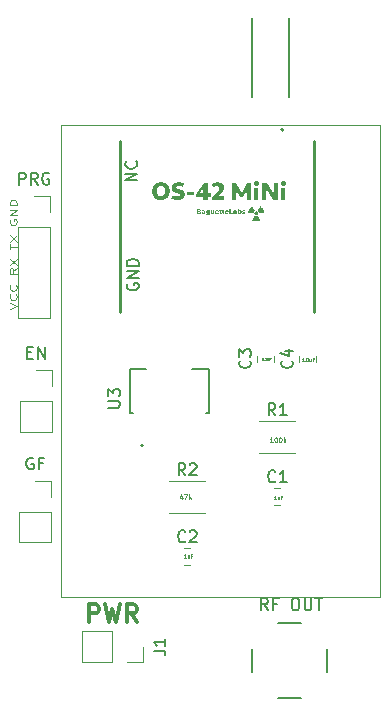
<source format=gbr>
%TF.GenerationSoftware,KiCad,Pcbnew,7.0.11-2.fc39*%
%TF.CreationDate,2024-04-30T19:09:02-04:00*%
%TF.ProjectId,OS42Mini,4f533432-4d69-46e6-992e-6b696361645f,rev?*%
%TF.SameCoordinates,Original*%
%TF.FileFunction,Legend,Top*%
%TF.FilePolarity,Positive*%
%FSLAX46Y46*%
G04 Gerber Fmt 4.6, Leading zero omitted, Abs format (unit mm)*
G04 Created by KiCad (PCBNEW 7.0.11-2.fc39) date 2024-04-30 19:09:02*
%MOMM*%
%LPD*%
G01*
G04 APERTURE LIST*
%ADD10C,0.075000*%
%ADD11C,0.050000*%
%ADD12C,0.100000*%
%ADD13C,0.300000*%
%ADD14C,0.200000*%
%ADD15C,0.150000*%
%ADD16C,0.250000*%
%ADD17C,0.127000*%
%ADD18C,0.120000*%
G04 APERTURE END LIST*
D10*
X132291671Y-100966467D02*
X132891671Y-100699800D01*
X132891671Y-100699800D02*
X132291671Y-100433134D01*
X132834528Y-99709324D02*
X132863100Y-99747420D01*
X132863100Y-99747420D02*
X132891671Y-99861705D01*
X132891671Y-99861705D02*
X132891671Y-99937896D01*
X132891671Y-99937896D02*
X132863100Y-100052182D01*
X132863100Y-100052182D02*
X132805957Y-100128372D01*
X132805957Y-100128372D02*
X132748814Y-100166467D01*
X132748814Y-100166467D02*
X132634528Y-100204563D01*
X132634528Y-100204563D02*
X132548814Y-100204563D01*
X132548814Y-100204563D02*
X132434528Y-100166467D01*
X132434528Y-100166467D02*
X132377385Y-100128372D01*
X132377385Y-100128372D02*
X132320242Y-100052182D01*
X132320242Y-100052182D02*
X132291671Y-99937896D01*
X132291671Y-99937896D02*
X132291671Y-99861705D01*
X132291671Y-99861705D02*
X132320242Y-99747420D01*
X132320242Y-99747420D02*
X132348814Y-99709324D01*
X132834528Y-98909324D02*
X132863100Y-98947420D01*
X132863100Y-98947420D02*
X132891671Y-99061705D01*
X132891671Y-99061705D02*
X132891671Y-99137896D01*
X132891671Y-99137896D02*
X132863100Y-99252182D01*
X132863100Y-99252182D02*
X132805957Y-99328372D01*
X132805957Y-99328372D02*
X132748814Y-99366467D01*
X132748814Y-99366467D02*
X132634528Y-99404563D01*
X132634528Y-99404563D02*
X132548814Y-99404563D01*
X132548814Y-99404563D02*
X132434528Y-99366467D01*
X132434528Y-99366467D02*
X132377385Y-99328372D01*
X132377385Y-99328372D02*
X132320242Y-99252182D01*
X132320242Y-99252182D02*
X132291671Y-99137896D01*
X132291671Y-99137896D02*
X132291671Y-99061705D01*
X132291671Y-99061705D02*
X132320242Y-98947420D01*
X132320242Y-98947420D02*
X132348814Y-98909324D01*
X132891671Y-97499800D02*
X132605957Y-97766467D01*
X132891671Y-97956943D02*
X132291671Y-97956943D01*
X132291671Y-97956943D02*
X132291671Y-97652181D01*
X132291671Y-97652181D02*
X132320242Y-97575991D01*
X132320242Y-97575991D02*
X132348814Y-97537896D01*
X132348814Y-97537896D02*
X132405957Y-97499800D01*
X132405957Y-97499800D02*
X132491671Y-97499800D01*
X132491671Y-97499800D02*
X132548814Y-97537896D01*
X132548814Y-97537896D02*
X132577385Y-97575991D01*
X132577385Y-97575991D02*
X132605957Y-97652181D01*
X132605957Y-97652181D02*
X132605957Y-97956943D01*
X132291671Y-97233134D02*
X132891671Y-96699800D01*
X132291671Y-96699800D02*
X132891671Y-97233134D01*
X132291671Y-95899800D02*
X132291671Y-95442657D01*
X132891671Y-95671229D02*
X132291671Y-95671229D01*
X132291671Y-95252181D02*
X132891671Y-94718847D01*
X132291671Y-94718847D02*
X132891671Y-95252181D01*
X132320242Y-93385514D02*
X132291671Y-93461704D01*
X132291671Y-93461704D02*
X132291671Y-93575990D01*
X132291671Y-93575990D02*
X132320242Y-93690276D01*
X132320242Y-93690276D02*
X132377385Y-93766466D01*
X132377385Y-93766466D02*
X132434528Y-93804561D01*
X132434528Y-93804561D02*
X132548814Y-93842657D01*
X132548814Y-93842657D02*
X132634528Y-93842657D01*
X132634528Y-93842657D02*
X132748814Y-93804561D01*
X132748814Y-93804561D02*
X132805957Y-93766466D01*
X132805957Y-93766466D02*
X132863100Y-93690276D01*
X132863100Y-93690276D02*
X132891671Y-93575990D01*
X132891671Y-93575990D02*
X132891671Y-93499799D01*
X132891671Y-93499799D02*
X132863100Y-93385514D01*
X132863100Y-93385514D02*
X132834528Y-93347418D01*
X132834528Y-93347418D02*
X132634528Y-93347418D01*
X132634528Y-93347418D02*
X132634528Y-93499799D01*
X132891671Y-93004561D02*
X132291671Y-93004561D01*
X132291671Y-93004561D02*
X132891671Y-92547418D01*
X132891671Y-92547418D02*
X132291671Y-92547418D01*
X132891671Y-92166466D02*
X132291671Y-92166466D01*
X132291671Y-92166466D02*
X132291671Y-91975990D01*
X132291671Y-91975990D02*
X132320242Y-91861704D01*
X132320242Y-91861704D02*
X132377385Y-91785514D01*
X132377385Y-91785514D02*
X132434528Y-91747419D01*
X132434528Y-91747419D02*
X132548814Y-91709323D01*
X132548814Y-91709323D02*
X132634528Y-91709323D01*
X132634528Y-91709323D02*
X132748814Y-91747419D01*
X132748814Y-91747419D02*
X132805957Y-91785514D01*
X132805957Y-91785514D02*
X132863100Y-91861704D01*
X132863100Y-91861704D02*
X132891671Y-91975990D01*
X132891671Y-91975990D02*
X132891671Y-92166466D01*
X147216913Y-122006385D02*
X147045484Y-122006385D01*
X147131199Y-122006385D02*
X147131199Y-121706385D01*
X147131199Y-121706385D02*
X147102627Y-121749242D01*
X147102627Y-121749242D02*
X147074056Y-121777814D01*
X147074056Y-121777814D02*
X147045484Y-121792100D01*
X147474056Y-121806385D02*
X147474056Y-122006385D01*
X147345484Y-121806385D02*
X147345484Y-121963528D01*
X147345484Y-121963528D02*
X147359770Y-121992100D01*
X147359770Y-121992100D02*
X147388341Y-122006385D01*
X147388341Y-122006385D02*
X147431198Y-122006385D01*
X147431198Y-122006385D02*
X147459770Y-121992100D01*
X147459770Y-121992100D02*
X147474056Y-121977814D01*
X147716913Y-121849242D02*
X147616913Y-121849242D01*
X147616913Y-122006385D02*
X147616913Y-121706385D01*
X147616913Y-121706385D02*
X147759770Y-121706385D01*
D11*
X153661608Y-105055923D02*
X153680655Y-105055923D01*
X153680655Y-105055923D02*
X153699703Y-105065447D01*
X153699703Y-105065447D02*
X153709227Y-105074971D01*
X153709227Y-105074971D02*
X153718751Y-105094019D01*
X153718751Y-105094019D02*
X153728274Y-105132114D01*
X153728274Y-105132114D02*
X153728274Y-105179733D01*
X153728274Y-105179733D02*
X153718751Y-105217828D01*
X153718751Y-105217828D02*
X153709227Y-105236876D01*
X153709227Y-105236876D02*
X153699703Y-105246400D01*
X153699703Y-105246400D02*
X153680655Y-105255923D01*
X153680655Y-105255923D02*
X153661608Y-105255923D01*
X153661608Y-105255923D02*
X153642560Y-105246400D01*
X153642560Y-105246400D02*
X153633036Y-105236876D01*
X153633036Y-105236876D02*
X153623513Y-105217828D01*
X153623513Y-105217828D02*
X153613989Y-105179733D01*
X153613989Y-105179733D02*
X153613989Y-105132114D01*
X153613989Y-105132114D02*
X153623513Y-105094019D01*
X153623513Y-105094019D02*
X153633036Y-105074971D01*
X153633036Y-105074971D02*
X153642560Y-105065447D01*
X153642560Y-105065447D02*
X153661608Y-105055923D01*
X153813989Y-105236876D02*
X153823512Y-105246400D01*
X153823512Y-105246400D02*
X153813989Y-105255923D01*
X153813989Y-105255923D02*
X153804465Y-105246400D01*
X153804465Y-105246400D02*
X153813989Y-105236876D01*
X153813989Y-105236876D02*
X153813989Y-105255923D01*
X154013988Y-105255923D02*
X153899703Y-105255923D01*
X153956846Y-105255923D02*
X153956846Y-105055923D01*
X153956846Y-105055923D02*
X153937798Y-105084495D01*
X153937798Y-105084495D02*
X153918750Y-105103542D01*
X153918750Y-105103542D02*
X153899703Y-105113066D01*
X154185417Y-105122590D02*
X154185417Y-105255923D01*
X154099703Y-105122590D02*
X154099703Y-105227352D01*
X154099703Y-105227352D02*
X154109226Y-105246400D01*
X154109226Y-105246400D02*
X154128274Y-105255923D01*
X154128274Y-105255923D02*
X154156845Y-105255923D01*
X154156845Y-105255923D02*
X154175893Y-105246400D01*
X154175893Y-105246400D02*
X154185417Y-105236876D01*
X154347321Y-105151161D02*
X154280655Y-105151161D01*
X154280655Y-105255923D02*
X154280655Y-105055923D01*
X154280655Y-105055923D02*
X154375893Y-105055923D01*
D12*
X154548550Y-112213847D02*
X154319979Y-112213847D01*
X154434265Y-112213847D02*
X154434265Y-111813847D01*
X154434265Y-111813847D02*
X154396169Y-111870990D01*
X154396169Y-111870990D02*
X154358074Y-111909085D01*
X154358074Y-111909085D02*
X154319979Y-111928133D01*
X154796169Y-111813847D02*
X154834264Y-111813847D01*
X154834264Y-111813847D02*
X154872360Y-111832895D01*
X154872360Y-111832895D02*
X154891407Y-111851942D01*
X154891407Y-111851942D02*
X154910455Y-111890038D01*
X154910455Y-111890038D02*
X154929502Y-111966228D01*
X154929502Y-111966228D02*
X154929502Y-112061466D01*
X154929502Y-112061466D02*
X154910455Y-112137657D01*
X154910455Y-112137657D02*
X154891407Y-112175752D01*
X154891407Y-112175752D02*
X154872360Y-112194800D01*
X154872360Y-112194800D02*
X154834264Y-112213847D01*
X154834264Y-112213847D02*
X154796169Y-112213847D01*
X154796169Y-112213847D02*
X154758074Y-112194800D01*
X154758074Y-112194800D02*
X154739026Y-112175752D01*
X154739026Y-112175752D02*
X154719979Y-112137657D01*
X154719979Y-112137657D02*
X154700931Y-112061466D01*
X154700931Y-112061466D02*
X154700931Y-111966228D01*
X154700931Y-111966228D02*
X154719979Y-111890038D01*
X154719979Y-111890038D02*
X154739026Y-111851942D01*
X154739026Y-111851942D02*
X154758074Y-111832895D01*
X154758074Y-111832895D02*
X154796169Y-111813847D01*
X155177121Y-111813847D02*
X155215216Y-111813847D01*
X155215216Y-111813847D02*
X155253312Y-111832895D01*
X155253312Y-111832895D02*
X155272359Y-111851942D01*
X155272359Y-111851942D02*
X155291407Y-111890038D01*
X155291407Y-111890038D02*
X155310454Y-111966228D01*
X155310454Y-111966228D02*
X155310454Y-112061466D01*
X155310454Y-112061466D02*
X155291407Y-112137657D01*
X155291407Y-112137657D02*
X155272359Y-112175752D01*
X155272359Y-112175752D02*
X155253312Y-112194800D01*
X155253312Y-112194800D02*
X155215216Y-112213847D01*
X155215216Y-112213847D02*
X155177121Y-112213847D01*
X155177121Y-112213847D02*
X155139026Y-112194800D01*
X155139026Y-112194800D02*
X155119978Y-112175752D01*
X155119978Y-112175752D02*
X155100931Y-112137657D01*
X155100931Y-112137657D02*
X155081883Y-112061466D01*
X155081883Y-112061466D02*
X155081883Y-111966228D01*
X155081883Y-111966228D02*
X155100931Y-111890038D01*
X155100931Y-111890038D02*
X155119978Y-111851942D01*
X155119978Y-111851942D02*
X155139026Y-111832895D01*
X155139026Y-111832895D02*
X155177121Y-111813847D01*
X155481883Y-112213847D02*
X155481883Y-111813847D01*
X155519978Y-112061466D02*
X155634264Y-112213847D01*
X155634264Y-111947180D02*
X155481883Y-112099561D01*
D13*
X138984510Y-127435828D02*
X138984510Y-125935828D01*
X138984510Y-125935828D02*
X139555939Y-125935828D01*
X139555939Y-125935828D02*
X139698796Y-126007257D01*
X139698796Y-126007257D02*
X139770225Y-126078685D01*
X139770225Y-126078685D02*
X139841653Y-126221542D01*
X139841653Y-126221542D02*
X139841653Y-126435828D01*
X139841653Y-126435828D02*
X139770225Y-126578685D01*
X139770225Y-126578685D02*
X139698796Y-126650114D01*
X139698796Y-126650114D02*
X139555939Y-126721542D01*
X139555939Y-126721542D02*
X138984510Y-126721542D01*
X140341653Y-125935828D02*
X140698796Y-127435828D01*
X140698796Y-127435828D02*
X140984510Y-126364400D01*
X140984510Y-126364400D02*
X141270225Y-127435828D01*
X141270225Y-127435828D02*
X141627368Y-125935828D01*
X143055939Y-127435828D02*
X142555939Y-126721542D01*
X142198796Y-127435828D02*
X142198796Y-125935828D01*
X142198796Y-125935828D02*
X142770225Y-125935828D01*
X142770225Y-125935828D02*
X142913082Y-126007257D01*
X142913082Y-126007257D02*
X142984511Y-126078685D01*
X142984511Y-126078685D02*
X143055939Y-126221542D01*
X143055939Y-126221542D02*
X143055939Y-126435828D01*
X143055939Y-126435828D02*
X142984511Y-126578685D01*
X142984511Y-126578685D02*
X142913082Y-126650114D01*
X142913082Y-126650114D02*
X142770225Y-126721542D01*
X142770225Y-126721542D02*
X142198796Y-126721542D01*
D12*
X146890455Y-116773180D02*
X146890455Y-117039847D01*
X146795217Y-116620800D02*
X146699979Y-116906514D01*
X146699979Y-116906514D02*
X146947598Y-116906514D01*
X147061883Y-116639847D02*
X147328550Y-116639847D01*
X147328550Y-116639847D02*
X147157121Y-117039847D01*
X147480931Y-117039847D02*
X147480931Y-116639847D01*
X147519026Y-116887466D02*
X147633312Y-117039847D01*
X147633312Y-116773180D02*
X147480931Y-116925561D01*
D13*
G36*
X145142366Y-90216683D02*
G01*
X145182393Y-90219256D01*
X145221504Y-90223512D01*
X145259672Y-90229424D01*
X145296869Y-90236965D01*
X145333069Y-90246108D01*
X145368245Y-90256825D01*
X145402371Y-90269090D01*
X145435418Y-90282877D01*
X145467362Y-90298157D01*
X145498174Y-90314904D01*
X145527828Y-90333091D01*
X145556296Y-90352691D01*
X145583554Y-90373678D01*
X145609572Y-90396023D01*
X145634325Y-90419700D01*
X145657786Y-90444683D01*
X145679927Y-90470944D01*
X145700723Y-90498456D01*
X145720146Y-90527193D01*
X145738169Y-90557126D01*
X145754766Y-90588230D01*
X145769909Y-90620478D01*
X145783573Y-90653842D01*
X145795729Y-90688295D01*
X145806352Y-90723811D01*
X145815414Y-90760362D01*
X145822888Y-90797921D01*
X145828748Y-90836463D01*
X145832967Y-90875959D01*
X145835519Y-90916382D01*
X145836375Y-90957706D01*
X145835494Y-91000046D01*
X145832869Y-91041455D01*
X145828528Y-91081905D01*
X145822497Y-91121371D01*
X145814805Y-91159825D01*
X145805477Y-91197239D01*
X145794542Y-91233587D01*
X145782027Y-91268841D01*
X145767959Y-91302975D01*
X145752364Y-91335961D01*
X145735271Y-91367773D01*
X145716707Y-91398383D01*
X145696698Y-91427763D01*
X145675273Y-91455888D01*
X145652458Y-91482729D01*
X145628280Y-91508260D01*
X145602767Y-91532454D01*
X145575946Y-91555283D01*
X145547845Y-91576721D01*
X145518490Y-91596740D01*
X145487908Y-91615313D01*
X145456128Y-91632414D01*
X145423175Y-91648014D01*
X145389079Y-91662088D01*
X145353864Y-91674607D01*
X145317560Y-91685544D01*
X145280193Y-91694874D01*
X145241790Y-91702568D01*
X145202379Y-91708599D01*
X145161987Y-91712941D01*
X145120640Y-91715566D01*
X145078367Y-91716447D01*
X145037822Y-91715590D01*
X144998156Y-91713039D01*
X144959396Y-91708818D01*
X144921568Y-91702955D01*
X144884700Y-91695476D01*
X144848818Y-91686407D01*
X144813948Y-91675774D01*
X144780118Y-91663604D01*
X144747355Y-91649924D01*
X144715684Y-91634759D01*
X144685133Y-91618137D01*
X144655730Y-91600083D01*
X144627499Y-91580623D01*
X144600469Y-91559784D01*
X144574665Y-91537594D01*
X144550116Y-91514076D01*
X144526847Y-91489259D01*
X144504885Y-91463169D01*
X144484257Y-91435831D01*
X144464990Y-91407273D01*
X144447110Y-91377521D01*
X144430645Y-91346600D01*
X144415621Y-91314538D01*
X144402065Y-91281361D01*
X144390003Y-91247094D01*
X144379463Y-91211765D01*
X144370470Y-91175400D01*
X144363053Y-91138026D01*
X144357238Y-91099667D01*
X144353051Y-91060352D01*
X144350519Y-91020106D01*
X144349669Y-90978956D01*
X144350106Y-90957706D01*
X144731787Y-90957706D01*
X144732209Y-90982466D01*
X144733467Y-91006657D01*
X144735549Y-91030266D01*
X144738444Y-91053278D01*
X144742140Y-91075679D01*
X144746624Y-91097455D01*
X144751886Y-91118591D01*
X144757913Y-91139074D01*
X144764693Y-91158888D01*
X144772216Y-91178020D01*
X144780467Y-91196455D01*
X144789438Y-91214179D01*
X144799114Y-91231178D01*
X144809485Y-91247437D01*
X144820538Y-91262943D01*
X144832262Y-91277680D01*
X144844645Y-91291635D01*
X144857676Y-91304792D01*
X144871342Y-91317139D01*
X144885631Y-91328661D01*
X144900532Y-91339343D01*
X144916034Y-91349171D01*
X144932123Y-91358131D01*
X144948789Y-91366208D01*
X144966019Y-91373389D01*
X144983802Y-91379658D01*
X145002126Y-91385003D01*
X145020980Y-91389407D01*
X145040350Y-91392858D01*
X145060227Y-91395340D01*
X145080596Y-91396840D01*
X145101448Y-91397344D01*
X145121317Y-91396865D01*
X145140730Y-91395438D01*
X145159675Y-91393077D01*
X145178142Y-91389794D01*
X145196119Y-91385605D01*
X145213594Y-91380521D01*
X145230555Y-91374556D01*
X145246992Y-91367725D01*
X145262893Y-91360041D01*
X145278246Y-91351517D01*
X145293040Y-91342166D01*
X145307264Y-91332003D01*
X145320906Y-91321041D01*
X145333954Y-91309294D01*
X145346397Y-91296774D01*
X145358224Y-91283496D01*
X145369423Y-91269473D01*
X145379982Y-91254719D01*
X145389891Y-91239246D01*
X145399137Y-91223070D01*
X145407710Y-91206203D01*
X145415597Y-91188659D01*
X145422787Y-91170451D01*
X145429270Y-91151593D01*
X145435033Y-91132099D01*
X145440064Y-91111982D01*
X145444353Y-91091255D01*
X145447888Y-91069933D01*
X145450657Y-91048028D01*
X145452649Y-91025554D01*
X145453853Y-91002526D01*
X145454257Y-90978956D01*
X145453829Y-90953991D01*
X145452551Y-90929597D01*
X145450437Y-90905789D01*
X145447497Y-90882580D01*
X145443744Y-90859985D01*
X145439190Y-90838019D01*
X145433846Y-90816696D01*
X145427724Y-90796031D01*
X145420837Y-90776039D01*
X145413195Y-90756733D01*
X145404812Y-90738129D01*
X145395698Y-90720242D01*
X145385866Y-90703084D01*
X145375328Y-90686673D01*
X145364095Y-90671021D01*
X145352179Y-90656143D01*
X145339592Y-90642054D01*
X145326347Y-90628769D01*
X145312454Y-90616301D01*
X145297926Y-90604666D01*
X145282775Y-90593879D01*
X145267012Y-90583953D01*
X145250650Y-90574903D01*
X145233700Y-90566744D01*
X145216174Y-90559491D01*
X145198084Y-90553157D01*
X145179443Y-90547758D01*
X145160260Y-90543308D01*
X145140550Y-90539821D01*
X145120323Y-90537313D01*
X145099592Y-90535797D01*
X145078367Y-90535288D01*
X145058903Y-90535772D01*
X145039880Y-90537215D01*
X145021310Y-90539602D01*
X145003203Y-90542921D01*
X144985573Y-90547156D01*
X144968429Y-90552295D01*
X144951785Y-90558323D01*
X144935651Y-90565227D01*
X144920040Y-90572993D01*
X144904962Y-90581607D01*
X144890429Y-90591055D01*
X144876454Y-90601324D01*
X144863047Y-90612399D01*
X144850221Y-90624268D01*
X144837986Y-90636915D01*
X144826354Y-90650327D01*
X144815338Y-90664490D01*
X144804948Y-90679391D01*
X144795197Y-90695016D01*
X144786095Y-90711351D01*
X144777655Y-90728381D01*
X144769888Y-90746094D01*
X144762805Y-90764476D01*
X144756419Y-90783512D01*
X144750741Y-90803188D01*
X144745782Y-90823492D01*
X144741554Y-90844409D01*
X144738069Y-90865925D01*
X144735338Y-90888027D01*
X144733373Y-90910700D01*
X144732185Y-90933931D01*
X144731787Y-90957706D01*
X144350106Y-90957706D01*
X144350543Y-90936442D01*
X144353149Y-90894856D01*
X144357458Y-90854225D01*
X144363444Y-90814576D01*
X144371079Y-90775938D01*
X144380337Y-90738337D01*
X144391189Y-90701802D01*
X144403610Y-90666361D01*
X144417572Y-90632041D01*
X144433047Y-90598869D01*
X144450008Y-90566874D01*
X144468429Y-90536083D01*
X144488282Y-90506525D01*
X144509539Y-90478225D01*
X144532175Y-90451213D01*
X144556161Y-90425517D01*
X144581470Y-90401162D01*
X144608076Y-90378179D01*
X144635951Y-90356593D01*
X144665068Y-90336433D01*
X144695399Y-90317727D01*
X144726918Y-90300502D01*
X144759598Y-90284787D01*
X144793410Y-90270607D01*
X144828329Y-90257993D01*
X144864327Y-90246970D01*
X144901376Y-90237567D01*
X144939450Y-90229811D01*
X144978521Y-90223731D01*
X145018563Y-90219354D01*
X145059548Y-90216707D01*
X145101448Y-90215819D01*
X145142366Y-90216683D01*
G37*
G36*
X146496930Y-91716447D02*
G01*
X146532660Y-91715908D01*
X146567373Y-91714302D01*
X146601062Y-91711642D01*
X146633719Y-91707942D01*
X146665336Y-91703218D01*
X146695905Y-91697482D01*
X146725420Y-91690749D01*
X146753871Y-91683033D01*
X146781252Y-91674349D01*
X146807554Y-91664710D01*
X146832771Y-91654131D01*
X146856893Y-91642625D01*
X146879914Y-91630208D01*
X146901826Y-91616892D01*
X146922621Y-91602693D01*
X146942291Y-91587624D01*
X146960829Y-91571700D01*
X146978227Y-91554934D01*
X146994477Y-91537341D01*
X147009571Y-91518936D01*
X147023503Y-91499731D01*
X147036263Y-91479742D01*
X147047845Y-91458982D01*
X147058240Y-91437466D01*
X147067441Y-91415208D01*
X147075440Y-91392221D01*
X147082230Y-91368521D01*
X147087803Y-91344121D01*
X147092151Y-91319036D01*
X147095266Y-91293279D01*
X147097141Y-91266864D01*
X147097767Y-91239807D01*
X147095700Y-91191536D01*
X147089674Y-91147160D01*
X147079953Y-91106481D01*
X147066802Y-91069302D01*
X147050484Y-91035426D01*
X147031263Y-91004656D01*
X147009403Y-90976794D01*
X146985167Y-90951644D01*
X146958821Y-90929008D01*
X146930627Y-90908690D01*
X146900849Y-90890491D01*
X146869753Y-90874215D01*
X146837600Y-90859664D01*
X146804656Y-90846642D01*
X146771184Y-90834952D01*
X146737448Y-90824396D01*
X146703712Y-90814776D01*
X146670240Y-90805897D01*
X146637296Y-90797560D01*
X146605143Y-90789569D01*
X146574046Y-90781726D01*
X146544269Y-90773834D01*
X146516075Y-90765697D01*
X146489728Y-90757116D01*
X146465493Y-90747895D01*
X146443633Y-90737837D01*
X146424412Y-90726744D01*
X146408094Y-90714420D01*
X146394942Y-90700666D01*
X146385222Y-90685287D01*
X146379196Y-90668084D01*
X146377129Y-90648861D01*
X146379275Y-90629044D01*
X146385644Y-90611035D01*
X146396130Y-90594865D01*
X146410629Y-90580565D01*
X146429036Y-90568166D01*
X146443426Y-90560970D01*
X146459475Y-90554643D01*
X146477151Y-90549192D01*
X146496424Y-90544626D01*
X146517263Y-90540956D01*
X146539636Y-90538189D01*
X146563512Y-90536336D01*
X146588860Y-90535405D01*
X146602076Y-90535288D01*
X146624263Y-90535532D01*
X146646684Y-90536256D01*
X146669281Y-90537452D01*
X146691996Y-90539112D01*
X146714771Y-90541228D01*
X146737548Y-90543789D01*
X146760269Y-90546789D01*
X146782877Y-90550218D01*
X146805313Y-90554067D01*
X146827519Y-90558329D01*
X146849438Y-90562995D01*
X146871011Y-90568055D01*
X146892180Y-90573502D01*
X146912888Y-90579327D01*
X146933076Y-90585520D01*
X146952687Y-90592075D01*
X147053437Y-90302281D01*
X147030172Y-90292253D01*
X147006039Y-90282788D01*
X146981118Y-90273895D01*
X146955486Y-90265587D01*
X146929221Y-90257876D01*
X146902400Y-90250774D01*
X146875101Y-90244292D01*
X146847403Y-90238442D01*
X146819383Y-90233236D01*
X146791118Y-90228686D01*
X146762687Y-90224803D01*
X146734168Y-90221600D01*
X146705638Y-90219089D01*
X146677174Y-90217280D01*
X146648856Y-90216186D01*
X146620761Y-90215819D01*
X146586455Y-90216383D01*
X146552864Y-90218063D01*
X146520014Y-90220843D01*
X146487929Y-90224705D01*
X146456632Y-90229633D01*
X146426150Y-90235610D01*
X146396505Y-90242618D01*
X146367723Y-90250641D01*
X146339829Y-90259661D01*
X146312845Y-90269662D01*
X146286798Y-90280627D01*
X146261712Y-90292538D01*
X146237610Y-90305380D01*
X146214518Y-90319134D01*
X146192460Y-90333784D01*
X146171461Y-90349313D01*
X146151544Y-90365703D01*
X146132735Y-90382939D01*
X146115058Y-90401003D01*
X146098538Y-90419877D01*
X146083198Y-90439546D01*
X146069064Y-90459991D01*
X146056160Y-90481197D01*
X146044510Y-90503146D01*
X146034139Y-90525820D01*
X146025071Y-90549204D01*
X146017331Y-90573281D01*
X146010944Y-90598032D01*
X146005933Y-90623441D01*
X146002324Y-90649492D01*
X146000140Y-90676167D01*
X145999407Y-90703450D01*
X146001461Y-90748152D01*
X146007447Y-90789304D01*
X146017103Y-90827087D01*
X146030167Y-90861687D01*
X146046378Y-90893286D01*
X146065472Y-90922069D01*
X146087187Y-90948219D01*
X146111263Y-90971920D01*
X146137435Y-90993356D01*
X146165443Y-91012710D01*
X146195023Y-91030167D01*
X146225915Y-91045909D01*
X146257855Y-91060121D01*
X146290581Y-91072987D01*
X146323832Y-91084690D01*
X146357345Y-91095414D01*
X146390858Y-91105342D01*
X146424109Y-91114659D01*
X146456835Y-91123548D01*
X146488775Y-91132192D01*
X146519667Y-91140777D01*
X146549247Y-91149485D01*
X146577255Y-91158499D01*
X146603427Y-91168005D01*
X146627502Y-91178186D01*
X146649218Y-91189224D01*
X146668312Y-91201305D01*
X146684523Y-91214611D01*
X146697587Y-91229328D01*
X146707243Y-91245637D01*
X146713229Y-91263723D01*
X146715283Y-91283771D01*
X146713609Y-91301941D01*
X146708540Y-91318506D01*
X146700003Y-91333427D01*
X146687926Y-91346664D01*
X146672235Y-91358176D01*
X146652860Y-91367924D01*
X146637860Y-91373423D01*
X146621168Y-91378108D01*
X146602763Y-91381968D01*
X146582624Y-91384990D01*
X146560729Y-91387164D01*
X146537056Y-91388477D01*
X146511584Y-91388917D01*
X146486474Y-91388618D01*
X146460783Y-91387712D01*
X146434572Y-91386183D01*
X146407903Y-91384017D01*
X146380840Y-91381198D01*
X146353444Y-91377712D01*
X146325777Y-91373542D01*
X146297902Y-91368676D01*
X146269882Y-91363096D01*
X146241777Y-91356789D01*
X146213651Y-91349739D01*
X146185566Y-91341931D01*
X146157584Y-91333350D01*
X146143651Y-91328766D01*
X146129767Y-91323982D01*
X146115940Y-91318998D01*
X146102178Y-91313811D01*
X146088488Y-91308419D01*
X146074878Y-91302822D01*
X145974128Y-91601042D01*
X145988234Y-91607304D01*
X146002588Y-91613447D01*
X146017178Y-91619466D01*
X146031995Y-91625355D01*
X146047028Y-91631110D01*
X146062267Y-91636724D01*
X146077702Y-91642194D01*
X146093322Y-91647513D01*
X146109117Y-91652677D01*
X146125077Y-91657679D01*
X146141191Y-91662516D01*
X146157449Y-91667181D01*
X146173840Y-91671669D01*
X146190355Y-91675976D01*
X146206983Y-91680096D01*
X146223714Y-91684024D01*
X146240536Y-91687754D01*
X146257441Y-91691281D01*
X146274417Y-91694600D01*
X146291455Y-91697706D01*
X146308544Y-91700594D01*
X146325673Y-91703258D01*
X146342833Y-91705693D01*
X146360013Y-91707894D01*
X146377202Y-91709856D01*
X146394390Y-91711573D01*
X146411568Y-91713041D01*
X146428724Y-91714253D01*
X146445849Y-91715205D01*
X146462932Y-91715891D01*
X146479962Y-91716307D01*
X146496930Y-91716447D01*
G37*
G36*
X147260066Y-91294395D02*
G01*
X147890213Y-91294395D01*
X147890213Y-91000571D01*
X147260066Y-91000571D01*
X147260066Y-91294395D01*
G37*
G36*
X149051221Y-91128799D02*
G01*
X149307310Y-91128799D01*
X149307310Y-91435079D01*
X149051221Y-91435079D01*
X149051221Y-91693000D01*
X148696214Y-91693000D01*
X148696214Y-91435079D01*
X148028332Y-91435079D01*
X148028332Y-91244203D01*
X148109218Y-91124402D01*
X148391766Y-91124402D01*
X148696214Y-91126600D01*
X148696214Y-90644099D01*
X148391766Y-91124402D01*
X148109218Y-91124402D01*
X148706839Y-90239266D01*
X149051221Y-90239266D01*
X149051221Y-91128799D01*
G37*
G36*
X149438835Y-91693000D02*
G01*
X150467952Y-91693000D01*
X150467952Y-91378293D01*
X149968231Y-91378293D01*
X149996697Y-91355311D01*
X150024255Y-91332391D01*
X150050906Y-91309531D01*
X150076649Y-91286729D01*
X150101486Y-91263984D01*
X150125415Y-91241296D01*
X150148439Y-91218663D01*
X150170556Y-91196084D01*
X150191767Y-91173557D01*
X150212073Y-91151081D01*
X150231473Y-91128656D01*
X150249968Y-91106280D01*
X150267559Y-91083952D01*
X150284244Y-91061670D01*
X150300026Y-91039433D01*
X150314903Y-91017241D01*
X150328877Y-90995091D01*
X150341947Y-90972983D01*
X150354115Y-90950916D01*
X150365379Y-90928888D01*
X150375740Y-90906898D01*
X150385199Y-90884945D01*
X150393756Y-90863028D01*
X150401411Y-90841145D01*
X150408165Y-90819296D01*
X150414017Y-90797478D01*
X150418968Y-90775692D01*
X150423018Y-90753935D01*
X150426168Y-90732206D01*
X150428417Y-90710505D01*
X150429767Y-90688830D01*
X150430217Y-90667180D01*
X150429592Y-90641903D01*
X150427729Y-90617192D01*
X150424647Y-90593061D01*
X150420363Y-90569526D01*
X150414896Y-90546604D01*
X150408264Y-90524308D01*
X150400485Y-90502656D01*
X150391577Y-90481662D01*
X150381557Y-90461342D01*
X150370445Y-90441712D01*
X150358259Y-90422787D01*
X150345015Y-90404582D01*
X150330734Y-90387114D01*
X150315432Y-90370398D01*
X150299127Y-90354449D01*
X150281839Y-90339284D01*
X150263585Y-90324916D01*
X150244382Y-90311363D01*
X150224250Y-90298640D01*
X150203207Y-90286762D01*
X150181269Y-90275744D01*
X150158457Y-90265604D01*
X150134787Y-90256355D01*
X150110277Y-90248013D01*
X150084947Y-90240595D01*
X150058814Y-90234115D01*
X150031896Y-90228589D01*
X150004211Y-90224033D01*
X149975777Y-90220463D01*
X149946613Y-90217893D01*
X149916736Y-90216340D01*
X149886166Y-90215819D01*
X149868493Y-90215991D01*
X149850921Y-90216509D01*
X149833453Y-90217372D01*
X149816093Y-90218579D01*
X149798841Y-90220129D01*
X149781702Y-90222023D01*
X149764678Y-90224259D01*
X149747771Y-90226838D01*
X149730985Y-90229759D01*
X149714321Y-90233021D01*
X149697783Y-90236624D01*
X149681374Y-90240568D01*
X149665095Y-90244851D01*
X149648950Y-90249474D01*
X149632941Y-90254436D01*
X149617071Y-90259737D01*
X149601343Y-90265375D01*
X149585759Y-90271352D01*
X149570322Y-90277665D01*
X149555035Y-90284315D01*
X149539901Y-90291302D01*
X149524921Y-90298624D01*
X149510099Y-90306281D01*
X149495438Y-90314273D01*
X149480940Y-90322600D01*
X149466608Y-90331260D01*
X149452444Y-90340254D01*
X149438451Y-90349581D01*
X149424633Y-90359240D01*
X149410990Y-90369232D01*
X149397528Y-90379554D01*
X149384247Y-90390208D01*
X149476570Y-90656921D01*
X149498597Y-90642007D01*
X149520568Y-90628039D01*
X149542468Y-90615020D01*
X149564286Y-90602951D01*
X149586007Y-90591836D01*
X149607618Y-90581676D01*
X149629105Y-90572474D01*
X149650456Y-90564231D01*
X149671656Y-90556950D01*
X149692693Y-90550633D01*
X149713553Y-90545281D01*
X149734222Y-90540898D01*
X149754687Y-90537486D01*
X149774935Y-90535045D01*
X149794952Y-90533579D01*
X149814725Y-90533090D01*
X149841299Y-90533990D01*
X149866579Y-90536649D01*
X149890507Y-90541004D01*
X149913025Y-90546995D01*
X149934074Y-90554559D01*
X149953597Y-90563635D01*
X149971535Y-90574161D01*
X149987832Y-90586076D01*
X150002428Y-90599317D01*
X150015266Y-90613823D01*
X150026288Y-90629532D01*
X150035436Y-90646383D01*
X150042652Y-90664313D01*
X150047878Y-90683262D01*
X150051056Y-90703167D01*
X150052129Y-90723966D01*
X150051449Y-90740977D01*
X150049419Y-90758220D01*
X150046055Y-90775705D01*
X150041374Y-90793444D01*
X150035390Y-90811448D01*
X150028119Y-90829726D01*
X150019577Y-90848290D01*
X150009779Y-90867151D01*
X149998742Y-90886320D01*
X149986481Y-90905807D01*
X149973011Y-90925623D01*
X149958349Y-90945779D01*
X149942510Y-90966285D01*
X149925510Y-90987154D01*
X149907365Y-91008394D01*
X149888089Y-91030018D01*
X149867699Y-91052035D01*
X149846211Y-91074457D01*
X149823641Y-91097295D01*
X149800003Y-91120559D01*
X149775314Y-91144260D01*
X149749589Y-91168409D01*
X149722844Y-91193017D01*
X149695095Y-91218094D01*
X149666358Y-91243652D01*
X149636647Y-91269700D01*
X149605980Y-91296251D01*
X149574371Y-91323314D01*
X149541836Y-91350901D01*
X149508392Y-91379022D01*
X149474053Y-91407689D01*
X149438835Y-91436911D01*
X149438835Y-91693000D01*
G37*
G36*
X151119714Y-91693000D02*
G01*
X151472523Y-91693000D01*
X151472523Y-90876374D01*
X151774773Y-91469151D01*
X152049913Y-91469151D01*
X152358758Y-90838638D01*
X152358758Y-91693000D01*
X152711567Y-91693000D01*
X152711567Y-90239266D01*
X152364986Y-90239266D01*
X151930112Y-91087766D01*
X151470325Y-90239266D01*
X151119714Y-90239266D01*
X151119714Y-91693000D01*
G37*
G36*
X152989637Y-91693000D02*
G01*
X153353071Y-91693000D01*
X153353071Y-90661318D01*
X152989637Y-90661318D01*
X152989637Y-91693000D01*
G37*
G36*
X153172453Y-90520634D02*
G01*
X153195193Y-90519661D01*
X153216932Y-90516787D01*
X153237607Y-90512075D01*
X153257152Y-90505590D01*
X153275504Y-90497396D01*
X153292598Y-90487558D01*
X153308369Y-90476140D01*
X153322754Y-90463206D01*
X153335688Y-90448821D01*
X153347106Y-90433050D01*
X153356944Y-90415956D01*
X153365138Y-90397604D01*
X153371623Y-90378059D01*
X153376335Y-90357384D01*
X153379209Y-90335645D01*
X153380182Y-90312905D01*
X153379209Y-90289779D01*
X153376335Y-90267701D01*
X153371623Y-90246733D01*
X153365138Y-90226936D01*
X153356944Y-90208371D01*
X153347106Y-90191099D01*
X153335688Y-90175182D01*
X153322754Y-90160681D01*
X153308369Y-90147657D01*
X153292598Y-90136170D01*
X153275504Y-90126283D01*
X153257152Y-90118057D01*
X153237607Y-90111552D01*
X153216932Y-90106830D01*
X153195193Y-90103952D01*
X153172453Y-90102979D01*
X153149649Y-90103952D01*
X153127853Y-90106830D01*
X153107130Y-90111552D01*
X153087542Y-90118057D01*
X153069155Y-90126283D01*
X153052032Y-90136170D01*
X153036236Y-90147657D01*
X153021832Y-90160681D01*
X153008883Y-90175182D01*
X152997453Y-90191099D01*
X152987607Y-90208371D01*
X152979408Y-90226936D01*
X152972919Y-90246733D01*
X152968206Y-90267701D01*
X152965331Y-90289779D01*
X152964358Y-90312905D01*
X152965331Y-90335645D01*
X152968206Y-90357384D01*
X152972919Y-90378059D01*
X152979408Y-90397604D01*
X152987607Y-90415956D01*
X152997453Y-90433050D01*
X153008883Y-90448821D01*
X153021832Y-90463206D01*
X153036236Y-90476140D01*
X153052032Y-90487558D01*
X153069155Y-90497396D01*
X153087542Y-90505590D01*
X153107130Y-90512075D01*
X153127853Y-90516787D01*
X153149649Y-90519661D01*
X153172453Y-90520634D01*
G37*
G36*
X153631508Y-91693000D02*
G01*
X153975890Y-91693000D01*
X153975890Y-90737888D01*
X154580757Y-91693000D01*
X154988154Y-91693000D01*
X154988154Y-90239266D01*
X154639376Y-90239266D01*
X154635346Y-91186318D01*
X154047331Y-90239266D01*
X153631508Y-90239266D01*
X153631508Y-91693000D01*
G37*
G36*
X155266958Y-91693000D02*
G01*
X155630391Y-91693000D01*
X155630391Y-90661318D01*
X155266958Y-90661318D01*
X155266958Y-91693000D01*
G37*
G36*
X155449773Y-90520634D02*
G01*
X155472513Y-90519661D01*
X155494252Y-90516787D01*
X155514927Y-90512075D01*
X155534472Y-90505590D01*
X155552824Y-90497396D01*
X155569918Y-90487558D01*
X155585690Y-90476140D01*
X155600074Y-90463206D01*
X155613008Y-90448821D01*
X155624426Y-90433050D01*
X155634264Y-90415956D01*
X155642458Y-90397604D01*
X155648943Y-90378059D01*
X155653655Y-90357384D01*
X155656530Y-90335645D01*
X155657502Y-90312905D01*
X155656530Y-90289779D01*
X155653655Y-90267701D01*
X155648943Y-90246733D01*
X155642458Y-90226936D01*
X155634264Y-90208371D01*
X155624426Y-90191099D01*
X155613008Y-90175182D01*
X155600074Y-90160681D01*
X155585690Y-90147657D01*
X155569918Y-90136170D01*
X155552824Y-90126283D01*
X155534472Y-90118057D01*
X155514927Y-90111552D01*
X155494252Y-90106830D01*
X155472513Y-90103952D01*
X155449773Y-90102979D01*
X155426969Y-90103952D01*
X155405174Y-90106830D01*
X155384450Y-90111552D01*
X155364863Y-90118057D01*
X155346475Y-90126283D01*
X155329352Y-90136170D01*
X155313556Y-90147657D01*
X155299152Y-90160681D01*
X155286203Y-90175182D01*
X155274774Y-90191099D01*
X155264927Y-90208371D01*
X155256728Y-90226936D01*
X155250240Y-90246733D01*
X155245526Y-90267701D01*
X155242651Y-90289779D01*
X155241678Y-90312905D01*
X155242651Y-90335645D01*
X155245526Y-90357384D01*
X155250240Y-90378059D01*
X155256728Y-90397604D01*
X155264927Y-90415956D01*
X155274774Y-90433050D01*
X155286203Y-90448821D01*
X155299152Y-90463206D01*
X155313556Y-90476140D01*
X155329352Y-90487558D01*
X155346475Y-90497396D01*
X155364863Y-90505590D01*
X155384450Y-90512075D01*
X155405174Y-90516787D01*
X155426969Y-90519661D01*
X155449773Y-90520634D01*
G37*
D10*
X157249913Y-105369385D02*
X157078484Y-105369385D01*
X157164199Y-105369385D02*
X157164199Y-105069385D01*
X157164199Y-105069385D02*
X157135627Y-105112242D01*
X157135627Y-105112242D02*
X157107056Y-105140814D01*
X157107056Y-105140814D02*
X157078484Y-105155100D01*
X157435627Y-105069385D02*
X157464198Y-105069385D01*
X157464198Y-105069385D02*
X157492770Y-105083671D01*
X157492770Y-105083671D02*
X157507056Y-105097957D01*
X157507056Y-105097957D02*
X157521341Y-105126528D01*
X157521341Y-105126528D02*
X157535627Y-105183671D01*
X157535627Y-105183671D02*
X157535627Y-105255100D01*
X157535627Y-105255100D02*
X157521341Y-105312242D01*
X157521341Y-105312242D02*
X157507056Y-105340814D01*
X157507056Y-105340814D02*
X157492770Y-105355100D01*
X157492770Y-105355100D02*
X157464198Y-105369385D01*
X157464198Y-105369385D02*
X157435627Y-105369385D01*
X157435627Y-105369385D02*
X157407056Y-105355100D01*
X157407056Y-105355100D02*
X157392770Y-105340814D01*
X157392770Y-105340814D02*
X157378484Y-105312242D01*
X157378484Y-105312242D02*
X157364198Y-105255100D01*
X157364198Y-105255100D02*
X157364198Y-105183671D01*
X157364198Y-105183671D02*
X157378484Y-105126528D01*
X157378484Y-105126528D02*
X157392770Y-105097957D01*
X157392770Y-105097957D02*
X157407056Y-105083671D01*
X157407056Y-105083671D02*
X157435627Y-105069385D01*
X157792770Y-105169385D02*
X157792770Y-105369385D01*
X157664198Y-105169385D02*
X157664198Y-105326528D01*
X157664198Y-105326528D02*
X157678484Y-105355100D01*
X157678484Y-105355100D02*
X157707055Y-105369385D01*
X157707055Y-105369385D02*
X157749912Y-105369385D01*
X157749912Y-105369385D02*
X157778484Y-105355100D01*
X157778484Y-105355100D02*
X157792770Y-105340814D01*
X158035627Y-105212242D02*
X157935627Y-105212242D01*
X157935627Y-105369385D02*
X157935627Y-105069385D01*
X157935627Y-105069385D02*
X158078484Y-105069385D01*
X154836913Y-117053385D02*
X154665484Y-117053385D01*
X154751199Y-117053385D02*
X154751199Y-116753385D01*
X154751199Y-116753385D02*
X154722627Y-116796242D01*
X154722627Y-116796242D02*
X154694056Y-116824814D01*
X154694056Y-116824814D02*
X154665484Y-116839100D01*
X155094056Y-116853385D02*
X155094056Y-117053385D01*
X154965484Y-116853385D02*
X154965484Y-117010528D01*
X154965484Y-117010528D02*
X154979770Y-117039100D01*
X154979770Y-117039100D02*
X155008341Y-117053385D01*
X155008341Y-117053385D02*
X155051198Y-117053385D01*
X155051198Y-117053385D02*
X155079770Y-117039100D01*
X155079770Y-117039100D02*
X155094056Y-117024814D01*
X155336913Y-116896242D02*
X155236913Y-116896242D01*
X155236913Y-117053385D02*
X155236913Y-116753385D01*
X155236913Y-116753385D02*
X155379770Y-116753385D01*
D12*
G36*
X148331159Y-92502207D02*
G01*
X148340360Y-92502571D01*
X148349253Y-92503173D01*
X148357838Y-92504008D01*
X148366117Y-92505072D01*
X148374089Y-92506361D01*
X148381755Y-92507871D01*
X148389115Y-92509597D01*
X148396170Y-92511534D01*
X148402920Y-92513680D01*
X148409366Y-92516028D01*
X148415508Y-92518576D01*
X148421346Y-92521319D01*
X148426881Y-92524252D01*
X148432113Y-92527372D01*
X148437043Y-92530673D01*
X148441671Y-92534153D01*
X148445997Y-92537805D01*
X148450022Y-92541627D01*
X148453747Y-92545614D01*
X148457171Y-92549762D01*
X148460295Y-92554066D01*
X148463120Y-92558522D01*
X148465645Y-92563126D01*
X148467872Y-92567873D01*
X148469801Y-92572759D01*
X148471432Y-92577781D01*
X148472765Y-92582933D01*
X148473802Y-92588212D01*
X148474541Y-92593613D01*
X148474985Y-92599132D01*
X148475133Y-92604764D01*
X148474911Y-92611782D01*
X148474249Y-92618616D01*
X148473153Y-92625257D01*
X148471631Y-92631697D01*
X148469689Y-92637928D01*
X148467333Y-92643942D01*
X148464570Y-92649731D01*
X148461406Y-92655286D01*
X148457849Y-92660600D01*
X148453905Y-92665664D01*
X148449579Y-92670470D01*
X148444880Y-92675010D01*
X148439814Y-92679276D01*
X148434386Y-92683260D01*
X148428604Y-92686953D01*
X148422474Y-92690347D01*
X148426574Y-92691874D01*
X148430573Y-92693505D01*
X148434469Y-92695240D01*
X148438262Y-92697077D01*
X148441948Y-92699018D01*
X148445526Y-92701060D01*
X148448994Y-92703203D01*
X148452350Y-92705447D01*
X148455591Y-92707792D01*
X148458717Y-92710236D01*
X148461724Y-92712779D01*
X148467378Y-92718159D01*
X148472537Y-92723929D01*
X148477184Y-92730084D01*
X148481305Y-92736619D01*
X148484884Y-92743529D01*
X148486466Y-92747124D01*
X148487906Y-92750811D01*
X148489203Y-92754589D01*
X148490354Y-92758458D01*
X148491359Y-92762418D01*
X148492214Y-92766468D01*
X148492918Y-92770607D01*
X148493469Y-92774834D01*
X148493865Y-92779150D01*
X148494104Y-92783554D01*
X148494184Y-92788044D01*
X148494020Y-92794354D01*
X148493528Y-92800494D01*
X148492711Y-92806464D01*
X148491569Y-92812262D01*
X148490103Y-92817884D01*
X148488315Y-92823329D01*
X148486206Y-92828596D01*
X148483777Y-92833681D01*
X148481030Y-92838583D01*
X148477966Y-92843300D01*
X148474586Y-92847829D01*
X148470892Y-92852169D01*
X148466884Y-92856318D01*
X148462563Y-92860273D01*
X148457933Y-92864032D01*
X148452992Y-92867594D01*
X148447744Y-92870956D01*
X148442188Y-92874116D01*
X148436326Y-92877072D01*
X148430161Y-92879822D01*
X148423692Y-92882364D01*
X148416921Y-92884696D01*
X148409849Y-92886816D01*
X148402478Y-92888721D01*
X148394809Y-92890410D01*
X148386843Y-92891880D01*
X148378582Y-92893130D01*
X148370026Y-92894158D01*
X148361177Y-92894960D01*
X148352037Y-92895536D01*
X148342606Y-92895883D01*
X148332886Y-92896000D01*
X148121176Y-92896000D01*
X148121176Y-92735190D01*
X148230890Y-92735190D01*
X148230890Y-92815986D01*
X148323898Y-92815986D01*
X148330831Y-92815832D01*
X148337339Y-92815370D01*
X148343420Y-92814597D01*
X148349070Y-92813513D01*
X148354286Y-92812114D01*
X148359065Y-92810401D01*
X148363404Y-92808370D01*
X148367300Y-92806020D01*
X148370749Y-92803350D01*
X148373748Y-92800358D01*
X148376295Y-92797041D01*
X148378385Y-92793399D01*
X148380017Y-92789430D01*
X148381186Y-92785131D01*
X148381890Y-92780501D01*
X148382125Y-92775539D01*
X148381890Y-92770594D01*
X148381186Y-92765979D01*
X148380017Y-92761694D01*
X148378385Y-92757735D01*
X148376295Y-92754102D01*
X148373748Y-92750794D01*
X148370749Y-92747808D01*
X148367300Y-92745143D01*
X148363404Y-92742797D01*
X148359065Y-92740770D01*
X148354286Y-92739058D01*
X148349070Y-92737661D01*
X148343420Y-92736578D01*
X148337339Y-92735806D01*
X148330831Y-92735344D01*
X148323898Y-92735190D01*
X148230890Y-92735190D01*
X148121176Y-92735190D01*
X148121176Y-92582196D01*
X148230890Y-92582196D01*
X148230890Y-92658400D01*
X148307094Y-92658400D01*
X148313808Y-92658249D01*
X148320102Y-92657796D01*
X148325973Y-92657043D01*
X148331420Y-92655988D01*
X148336441Y-92654634D01*
X148341035Y-92652980D01*
X148345199Y-92651028D01*
X148348933Y-92648777D01*
X148352233Y-92646228D01*
X148355099Y-92643383D01*
X148357529Y-92640241D01*
X148359520Y-92636803D01*
X148361073Y-92633069D01*
X148362183Y-92629041D01*
X148362851Y-92624719D01*
X148363074Y-92620103D01*
X148362851Y-92615572D01*
X148362183Y-92611321D01*
X148361073Y-92607354D01*
X148359520Y-92603670D01*
X148357529Y-92600272D01*
X148355099Y-92597161D01*
X148352233Y-92594339D01*
X148348933Y-92591807D01*
X148345199Y-92589568D01*
X148341035Y-92587621D01*
X148336441Y-92585970D01*
X148331420Y-92584616D01*
X148325973Y-92583560D01*
X148320102Y-92582803D01*
X148313808Y-92582348D01*
X148307094Y-92582196D01*
X148230890Y-92582196D01*
X148121176Y-92582196D01*
X148121176Y-92502085D01*
X148321651Y-92502085D01*
X148331159Y-92502207D01*
G37*
G36*
X148685214Y-92583497D02*
G01*
X148694083Y-92583884D01*
X148702701Y-92584532D01*
X148711064Y-92585443D01*
X148719171Y-92586618D01*
X148727018Y-92588061D01*
X148734603Y-92589772D01*
X148741924Y-92591755D01*
X148748977Y-92594012D01*
X148755759Y-92596543D01*
X148762269Y-92599352D01*
X148768504Y-92602441D01*
X148774460Y-92605812D01*
X148780136Y-92609467D01*
X148785528Y-92613407D01*
X148790633Y-92617636D01*
X148795451Y-92622155D01*
X148799976Y-92626966D01*
X148804208Y-92632072D01*
X148808142Y-92637474D01*
X148811778Y-92643175D01*
X148815111Y-92649177D01*
X148818139Y-92655482D01*
X148820860Y-92662091D01*
X148823271Y-92669008D01*
X148825369Y-92676234D01*
X148827151Y-92683771D01*
X148828616Y-92691622D01*
X148829759Y-92699788D01*
X148830580Y-92708272D01*
X148831074Y-92717076D01*
X148831239Y-92726202D01*
X148831239Y-92896000D01*
X148732174Y-92896000D01*
X148732174Y-92858093D01*
X148730710Y-92860781D01*
X148727517Y-92865910D01*
X148723971Y-92870706D01*
X148720075Y-92875169D01*
X148715830Y-92879298D01*
X148711237Y-92883090D01*
X148706299Y-92886544D01*
X148701018Y-92889660D01*
X148695394Y-92892435D01*
X148689430Y-92894868D01*
X148683128Y-92896958D01*
X148676488Y-92898704D01*
X148669514Y-92900103D01*
X148662206Y-92901154D01*
X148654566Y-92901856D01*
X148650622Y-92902076D01*
X148646596Y-92902208D01*
X148642488Y-92902252D01*
X148635760Y-92902133D01*
X148629223Y-92901780D01*
X148622879Y-92901198D01*
X148616730Y-92900392D01*
X148610776Y-92899368D01*
X148605020Y-92898129D01*
X148599462Y-92896682D01*
X148594105Y-92895032D01*
X148588949Y-92893183D01*
X148583997Y-92891141D01*
X148579249Y-92888911D01*
X148574707Y-92886497D01*
X148570372Y-92883906D01*
X148566246Y-92881142D01*
X148562331Y-92878211D01*
X148558627Y-92875117D01*
X148555137Y-92871865D01*
X148551861Y-92868461D01*
X148548802Y-92864910D01*
X148545960Y-92861217D01*
X148543337Y-92857387D01*
X148540934Y-92853426D01*
X148538754Y-92849337D01*
X148536796Y-92845127D01*
X148535064Y-92840800D01*
X148533558Y-92836362D01*
X148532280Y-92831818D01*
X148531231Y-92827172D01*
X148530412Y-92822431D01*
X148529826Y-92817598D01*
X148529473Y-92812680D01*
X148529355Y-92807681D01*
X148529459Y-92803090D01*
X148632425Y-92803090D01*
X148632806Y-92808169D01*
X148633935Y-92812940D01*
X148635793Y-92817359D01*
X148638360Y-92821386D01*
X148641618Y-92824979D01*
X148645547Y-92828096D01*
X148650128Y-92830696D01*
X148655341Y-92832738D01*
X148659159Y-92833768D01*
X148663243Y-92834519D01*
X148667588Y-92834978D01*
X148672188Y-92835134D01*
X148676567Y-92834996D01*
X148680866Y-92834582D01*
X148685071Y-92833887D01*
X148689167Y-92832912D01*
X148693142Y-92831652D01*
X148696981Y-92830106D01*
X148700670Y-92828271D01*
X148704196Y-92826146D01*
X148707544Y-92823728D01*
X148710701Y-92821014D01*
X148713653Y-92818002D01*
X148716385Y-92814691D01*
X148718885Y-92811077D01*
X148721137Y-92807159D01*
X148723129Y-92802934D01*
X148724847Y-92798400D01*
X148724847Y-92770947D01*
X148678929Y-92770947D01*
X148675787Y-92770985D01*
X148669881Y-92771282D01*
X148664467Y-92771867D01*
X148659531Y-92772730D01*
X148655058Y-92773862D01*
X148651035Y-92775253D01*
X148645814Y-92777804D01*
X148641526Y-92780885D01*
X148638123Y-92784462D01*
X148635559Y-92788503D01*
X148633787Y-92792976D01*
X148632758Y-92797849D01*
X148632425Y-92803090D01*
X148529459Y-92803090D01*
X148529475Y-92802363D01*
X148529837Y-92797180D01*
X148530444Y-92792135D01*
X148531297Y-92787229D01*
X148532399Y-92782466D01*
X148533753Y-92777847D01*
X148535359Y-92773375D01*
X148537221Y-92769051D01*
X148539340Y-92764878D01*
X148541720Y-92760858D01*
X148544362Y-92756994D01*
X148547268Y-92753286D01*
X148550441Y-92749739D01*
X148553883Y-92746353D01*
X148557596Y-92743131D01*
X148561583Y-92740075D01*
X148565845Y-92737187D01*
X148570385Y-92734470D01*
X148575205Y-92731926D01*
X148580307Y-92729556D01*
X148585694Y-92727363D01*
X148591368Y-92725350D01*
X148597331Y-92723518D01*
X148603585Y-92721870D01*
X148610132Y-92720407D01*
X148616976Y-92719132D01*
X148624117Y-92718048D01*
X148631559Y-92717155D01*
X148639303Y-92716458D01*
X148647352Y-92715956D01*
X148655707Y-92715654D01*
X148664372Y-92715553D01*
X148724847Y-92715553D01*
X148724311Y-92709620D01*
X148723326Y-92704025D01*
X148721888Y-92698775D01*
X148719994Y-92693875D01*
X148717640Y-92689331D01*
X148714823Y-92685151D01*
X148711539Y-92681339D01*
X148707786Y-92677903D01*
X148703561Y-92674848D01*
X148698859Y-92672180D01*
X148693677Y-92669905D01*
X148688013Y-92668031D01*
X148681863Y-92666562D01*
X148675224Y-92665505D01*
X148668092Y-92664867D01*
X148660464Y-92664653D01*
X148654969Y-92664776D01*
X148649416Y-92665144D01*
X148643828Y-92665749D01*
X148638226Y-92666585D01*
X148632633Y-92667647D01*
X148627072Y-92668929D01*
X148621565Y-92670424D01*
X148616134Y-92672127D01*
X148610802Y-92674031D01*
X148605590Y-92676130D01*
X148600521Y-92678419D01*
X148595618Y-92680892D01*
X148590902Y-92683542D01*
X148586397Y-92686363D01*
X148582124Y-92689350D01*
X148578106Y-92692496D01*
X148542251Y-92618735D01*
X148545560Y-92616614D01*
X148548963Y-92614554D01*
X148552456Y-92612558D01*
X148556036Y-92610624D01*
X148559699Y-92608753D01*
X148563441Y-92606946D01*
X148567258Y-92605202D01*
X148571146Y-92603523D01*
X148575102Y-92601909D01*
X148579122Y-92600359D01*
X148583203Y-92598874D01*
X148587339Y-92597456D01*
X148591528Y-92596103D01*
X148595766Y-92594816D01*
X148600050Y-92593596D01*
X148604374Y-92592442D01*
X148608736Y-92591356D01*
X148613131Y-92590338D01*
X148617557Y-92589387D01*
X148622008Y-92588505D01*
X148626482Y-92587692D01*
X148630975Y-92586947D01*
X148635483Y-92586272D01*
X148640001Y-92585666D01*
X148644527Y-92585130D01*
X148649057Y-92584665D01*
X148653586Y-92584270D01*
X148658111Y-92583947D01*
X148662628Y-92583694D01*
X148667134Y-92583514D01*
X148671624Y-92583405D01*
X148676096Y-92583369D01*
X148685214Y-92583497D01*
G37*
G36*
X149040065Y-92583527D02*
G01*
X149047604Y-92584004D01*
X149054915Y-92584801D01*
X149061993Y-92585921D01*
X149068836Y-92587366D01*
X149075439Y-92589139D01*
X149081799Y-92591241D01*
X149087914Y-92593676D01*
X149093778Y-92596444D01*
X149099390Y-92599550D01*
X149104745Y-92602994D01*
X149109841Y-92606779D01*
X149114673Y-92610908D01*
X149119238Y-92615383D01*
X149123533Y-92620205D01*
X149127554Y-92625378D01*
X149127554Y-92589621D01*
X149228866Y-92589621D01*
X149228866Y-92837479D01*
X149228676Y-92848241D01*
X149228109Y-92858640D01*
X149227167Y-92868675D01*
X149225854Y-92878349D01*
X149224172Y-92887663D01*
X149222125Y-92896619D01*
X149219716Y-92905218D01*
X149216947Y-92913461D01*
X149213823Y-92921351D01*
X149210345Y-92928888D01*
X149206518Y-92936074D01*
X149202344Y-92942911D01*
X149197826Y-92949400D01*
X149192967Y-92955542D01*
X149187771Y-92961340D01*
X149182240Y-92966793D01*
X149176378Y-92971905D01*
X149170188Y-92976676D01*
X149163672Y-92981108D01*
X149156834Y-92985203D01*
X149149676Y-92988961D01*
X149142203Y-92992385D01*
X149134417Y-92995476D01*
X149126321Y-92998235D01*
X149117918Y-93000664D01*
X149109211Y-93002764D01*
X149100204Y-93004537D01*
X149090899Y-93005985D01*
X149081299Y-93007108D01*
X149071408Y-93007908D01*
X149061229Y-93008387D01*
X149050764Y-93008547D01*
X149045314Y-93008507D01*
X149039884Y-93008390D01*
X149034475Y-93008194D01*
X149029092Y-93007920D01*
X149023737Y-93007568D01*
X149018413Y-93007138D01*
X149013122Y-93006629D01*
X149007868Y-93006043D01*
X149002653Y-93005379D01*
X148997480Y-93004637D01*
X148992353Y-93003818D01*
X148987273Y-93002921D01*
X148982244Y-93001946D01*
X148977268Y-93000894D01*
X148972349Y-92999764D01*
X148967490Y-92998557D01*
X148962692Y-92997273D01*
X148957959Y-92995911D01*
X148953295Y-92994473D01*
X148948700Y-92992957D01*
X148944180Y-92991364D01*
X148939735Y-92989695D01*
X148935370Y-92987948D01*
X148931087Y-92986125D01*
X148926889Y-92984225D01*
X148922778Y-92982249D01*
X148918758Y-92980195D01*
X148914831Y-92978066D01*
X148911001Y-92975860D01*
X148907269Y-92973577D01*
X148903640Y-92971219D01*
X148900115Y-92968784D01*
X148938803Y-92893069D01*
X148943714Y-92896894D01*
X148948973Y-92900524D01*
X148954549Y-92903952D01*
X148960408Y-92907171D01*
X148966520Y-92910173D01*
X148972853Y-92912952D01*
X148979374Y-92915500D01*
X148986052Y-92917810D01*
X148992855Y-92919876D01*
X148999751Y-92921689D01*
X149006707Y-92923243D01*
X149013693Y-92924530D01*
X149020676Y-92925544D01*
X149027624Y-92926277D01*
X149034505Y-92926722D01*
X149041288Y-92926872D01*
X149046549Y-92926793D01*
X149051618Y-92926558D01*
X149056496Y-92926168D01*
X149061185Y-92925623D01*
X149065687Y-92924924D01*
X149070003Y-92924073D01*
X149074135Y-92923070D01*
X149078084Y-92921917D01*
X149085443Y-92919162D01*
X149092092Y-92915816D01*
X149098044Y-92911886D01*
X149103313Y-92907381D01*
X149107913Y-92902308D01*
X149111856Y-92896675D01*
X149115156Y-92890490D01*
X149117826Y-92883760D01*
X149119879Y-92876493D01*
X149120679Y-92872660D01*
X149121330Y-92868697D01*
X149121833Y-92864602D01*
X149122190Y-92860379D01*
X149122403Y-92856027D01*
X149122474Y-92851547D01*
X149122474Y-92841484D01*
X149118473Y-92845847D01*
X149114240Y-92849921D01*
X149109777Y-92853709D01*
X149105087Y-92857211D01*
X149100174Y-92860427D01*
X149095041Y-92863360D01*
X149089692Y-92866009D01*
X149084128Y-92868376D01*
X149078354Y-92870461D01*
X149072372Y-92872265D01*
X149066186Y-92873789D01*
X149059798Y-92875034D01*
X149053213Y-92876001D01*
X149046432Y-92876691D01*
X149039460Y-92877104D01*
X149032300Y-92877242D01*
X149024781Y-92877075D01*
X149017344Y-92876579D01*
X149009999Y-92875757D01*
X149002757Y-92874614D01*
X148995627Y-92873154D01*
X148988620Y-92871383D01*
X148981747Y-92869303D01*
X148975017Y-92866919D01*
X148968441Y-92864237D01*
X148962029Y-92861260D01*
X148955792Y-92857992D01*
X148949739Y-92854439D01*
X148943881Y-92850604D01*
X148938229Y-92846492D01*
X148932792Y-92842107D01*
X148927580Y-92837454D01*
X148922605Y-92832538D01*
X148917877Y-92827361D01*
X148913405Y-92821930D01*
X148909200Y-92816248D01*
X148905273Y-92810319D01*
X148901633Y-92804149D01*
X148898290Y-92797741D01*
X148895256Y-92791100D01*
X148892541Y-92784231D01*
X148890154Y-92777137D01*
X148888106Y-92769823D01*
X148886407Y-92762294D01*
X148885068Y-92754553D01*
X148884099Y-92746606D01*
X148883510Y-92738457D01*
X148883311Y-92730110D01*
X148990876Y-92730110D01*
X148991206Y-92736947D01*
X148992176Y-92743488D01*
X148993760Y-92749711D01*
X148995929Y-92755598D01*
X148998655Y-92761128D01*
X149001912Y-92766282D01*
X149005670Y-92771039D01*
X149009903Y-92775380D01*
X149014582Y-92779285D01*
X149019679Y-92782734D01*
X149025168Y-92785706D01*
X149031020Y-92788183D01*
X149037208Y-92790144D01*
X149043703Y-92791569D01*
X149050478Y-92792439D01*
X149057505Y-92792734D01*
X149064526Y-92792439D01*
X149071283Y-92791569D01*
X149077749Y-92790144D01*
X149083899Y-92788183D01*
X149089707Y-92785706D01*
X149095146Y-92782734D01*
X149100191Y-92779285D01*
X149104815Y-92775380D01*
X149108993Y-92771039D01*
X149112699Y-92766282D01*
X149115905Y-92761128D01*
X149118588Y-92755598D01*
X149120719Y-92749711D01*
X149122274Y-92743488D01*
X149123226Y-92736947D01*
X149123549Y-92730110D01*
X149123226Y-92723262D01*
X149122274Y-92716725D01*
X149120719Y-92710517D01*
X149118588Y-92704657D01*
X149115905Y-92699161D01*
X149112699Y-92694049D01*
X149108993Y-92689338D01*
X149104815Y-92685047D01*
X149100191Y-92681193D01*
X149095146Y-92677794D01*
X149089707Y-92674869D01*
X149083899Y-92672435D01*
X149077749Y-92670510D01*
X149071283Y-92669114D01*
X149064526Y-92668262D01*
X149057505Y-92667974D01*
X149050478Y-92668262D01*
X149043703Y-92669114D01*
X149037208Y-92670510D01*
X149031020Y-92672435D01*
X149025168Y-92674869D01*
X149019679Y-92677794D01*
X149014582Y-92681193D01*
X149009903Y-92685047D01*
X149005670Y-92689338D01*
X149001912Y-92694049D01*
X148998655Y-92699161D01*
X148995929Y-92704657D01*
X148993760Y-92710517D01*
X148992176Y-92716725D01*
X148991206Y-92723262D01*
X148990876Y-92730110D01*
X148883311Y-92730110D01*
X148883510Y-92721807D01*
X148884099Y-92713698D01*
X148885068Y-92705789D01*
X148886407Y-92698083D01*
X148888106Y-92690585D01*
X148890154Y-92683300D01*
X148892541Y-92676232D01*
X148895256Y-92669386D01*
X148898290Y-92662767D01*
X148901633Y-92656378D01*
X148905273Y-92650224D01*
X148909200Y-92644310D01*
X148913405Y-92638641D01*
X148917877Y-92633220D01*
X148922605Y-92628053D01*
X148927580Y-92623144D01*
X148932792Y-92618497D01*
X148938229Y-92614117D01*
X148943881Y-92610009D01*
X148949739Y-92606177D01*
X148955792Y-92602625D01*
X148962029Y-92599358D01*
X148968441Y-92596381D01*
X148975017Y-92593699D01*
X148981747Y-92591314D01*
X148988620Y-92589234D01*
X148995627Y-92587460D01*
X149002757Y-92585999D01*
X149009999Y-92584855D01*
X149017344Y-92584032D01*
X149024781Y-92583535D01*
X149032300Y-92583369D01*
X149040065Y-92583527D01*
G37*
G36*
X149509843Y-92738512D02*
G01*
X149509769Y-92743294D01*
X149509547Y-92747898D01*
X149509182Y-92752324D01*
X149508678Y-92756574D01*
X149508038Y-92760651D01*
X149507265Y-92764556D01*
X149505338Y-92771857D01*
X149502927Y-92778492D01*
X149500060Y-92784474D01*
X149496766Y-92789819D01*
X149493076Y-92794541D01*
X149489018Y-92798654D01*
X149484622Y-92802171D01*
X149479917Y-92805109D01*
X149474933Y-92807480D01*
X149469699Y-92809299D01*
X149464244Y-92810581D01*
X149458597Y-92811339D01*
X149452788Y-92811589D01*
X149446957Y-92811366D01*
X149441450Y-92810685D01*
X149436273Y-92809534D01*
X149431434Y-92807895D01*
X149426940Y-92805755D01*
X149422798Y-92803099D01*
X149419017Y-92799911D01*
X149415602Y-92796177D01*
X149412562Y-92791883D01*
X149409903Y-92787012D01*
X149407634Y-92781551D01*
X149405761Y-92775484D01*
X149404291Y-92768796D01*
X149403232Y-92761474D01*
X149402859Y-92757569D01*
X149402591Y-92753500D01*
X149402430Y-92749265D01*
X149402376Y-92744862D01*
X149402376Y-92589621D01*
X149295984Y-92589621D01*
X149295984Y-92762545D01*
X149296142Y-92771499D01*
X149296612Y-92780134D01*
X149297388Y-92788453D01*
X149298464Y-92796458D01*
X149299832Y-92804151D01*
X149301488Y-92811535D01*
X149303424Y-92818612D01*
X149305635Y-92825384D01*
X149308114Y-92831854D01*
X149310855Y-92838023D01*
X149313851Y-92843893D01*
X149317097Y-92849468D01*
X149320586Y-92854749D01*
X149324312Y-92859738D01*
X149328269Y-92864439D01*
X149332450Y-92868852D01*
X149336849Y-92872980D01*
X149341460Y-92876826D01*
X149346276Y-92880392D01*
X149351292Y-92883679D01*
X149356501Y-92886691D01*
X149361896Y-92889429D01*
X149367472Y-92891895D01*
X149373223Y-92894093D01*
X149379141Y-92896023D01*
X149385222Y-92897689D01*
X149391457Y-92899093D01*
X149397842Y-92900236D01*
X149404370Y-92901121D01*
X149411035Y-92901751D01*
X149417830Y-92902127D01*
X149424749Y-92902252D01*
X149431241Y-92902108D01*
X149437668Y-92901674D01*
X149444019Y-92900950D01*
X149450283Y-92899935D01*
X149456451Y-92898628D01*
X149462511Y-92897028D01*
X149468454Y-92895134D01*
X149474269Y-92892946D01*
X149479946Y-92890463D01*
X149485473Y-92887683D01*
X149490841Y-92884607D01*
X149496039Y-92881232D01*
X149501057Y-92877558D01*
X149505884Y-92873585D01*
X149510509Y-92869312D01*
X149514923Y-92864736D01*
X149514923Y-92896000D01*
X149616333Y-92896000D01*
X149616333Y-92589621D01*
X149509843Y-92589621D01*
X149509843Y-92738512D01*
G37*
G36*
X149840592Y-92583536D02*
G01*
X149848831Y-92584036D01*
X149856951Y-92584867D01*
X149864942Y-92586027D01*
X149872794Y-92587515D01*
X149880496Y-92589328D01*
X149888038Y-92591464D01*
X149895410Y-92593921D01*
X149902601Y-92596699D01*
X149909601Y-92599794D01*
X149916401Y-92603204D01*
X149922989Y-92606929D01*
X149929356Y-92610965D01*
X149935491Y-92615311D01*
X149941385Y-92619966D01*
X149947026Y-92624927D01*
X149952404Y-92630191D01*
X149957510Y-92635759D01*
X149962333Y-92641626D01*
X149966863Y-92647792D01*
X149971089Y-92654255D01*
X149975001Y-92661013D01*
X149978590Y-92668063D01*
X149981844Y-92675404D01*
X149984754Y-92683034D01*
X149987309Y-92690951D01*
X149989499Y-92699153D01*
X149991314Y-92707638D01*
X149992743Y-92716405D01*
X149993777Y-92725451D01*
X149994405Y-92734775D01*
X149994616Y-92744374D01*
X149994603Y-92745882D01*
X149994468Y-92749835D01*
X149994220Y-92753982D01*
X149993902Y-92758234D01*
X149993557Y-92762505D01*
X149993228Y-92766706D01*
X149992956Y-92770752D01*
X149772258Y-92770752D01*
X149774145Y-92776565D01*
X149776430Y-92782058D01*
X149779109Y-92787222D01*
X149782174Y-92792050D01*
X149785619Y-92796534D01*
X149789438Y-92800668D01*
X149793624Y-92804443D01*
X149798172Y-92807852D01*
X149803074Y-92810888D01*
X149808325Y-92813544D01*
X149813919Y-92815811D01*
X149819848Y-92817683D01*
X149826108Y-92819152D01*
X149832690Y-92820210D01*
X149839590Y-92820851D01*
X149846801Y-92821066D01*
X149852237Y-92820964D01*
X149857456Y-92820656D01*
X149862474Y-92820142D01*
X149867306Y-92819419D01*
X149871970Y-92818486D01*
X149876481Y-92817341D01*
X149880856Y-92815983D01*
X149885110Y-92814410D01*
X149889260Y-92812621D01*
X149893322Y-92810614D01*
X149897312Y-92808387D01*
X149901247Y-92805940D01*
X149905142Y-92803269D01*
X149909014Y-92800374D01*
X149912878Y-92797254D01*
X149916752Y-92793906D01*
X149972732Y-92853013D01*
X149969964Y-92856016D01*
X149967116Y-92858927D01*
X149964190Y-92861745D01*
X149961184Y-92864469D01*
X149958098Y-92867100D01*
X149954932Y-92869638D01*
X149951685Y-92872081D01*
X149948358Y-92874431D01*
X149944950Y-92876687D01*
X149941460Y-92878849D01*
X149937889Y-92880916D01*
X149934235Y-92882889D01*
X149930498Y-92884767D01*
X149926679Y-92886551D01*
X149922777Y-92888239D01*
X149918791Y-92889832D01*
X149914721Y-92891330D01*
X149910568Y-92892733D01*
X149906329Y-92894040D01*
X149902006Y-92895251D01*
X149897597Y-92896366D01*
X149893103Y-92897385D01*
X149888523Y-92898307D01*
X149883857Y-92899133D01*
X149879104Y-92899863D01*
X149874264Y-92900496D01*
X149869337Y-92901032D01*
X149864323Y-92901471D01*
X149859220Y-92901812D01*
X149854029Y-92902057D01*
X149848750Y-92902203D01*
X149843381Y-92902252D01*
X149833364Y-92902058D01*
X149823574Y-92901481D01*
X149814020Y-92900529D01*
X149804705Y-92899209D01*
X149795637Y-92897528D01*
X149786821Y-92895495D01*
X149778263Y-92893116D01*
X149769968Y-92890399D01*
X149761943Y-92887351D01*
X149754193Y-92883981D01*
X149746725Y-92880295D01*
X149739544Y-92876302D01*
X149732657Y-92872007D01*
X149726068Y-92867420D01*
X149719784Y-92862548D01*
X149713810Y-92857397D01*
X149708154Y-92851976D01*
X149702819Y-92846292D01*
X149697813Y-92840352D01*
X149693141Y-92834165D01*
X149688809Y-92827737D01*
X149684824Y-92821076D01*
X149681189Y-92814189D01*
X149677913Y-92807084D01*
X149675000Y-92799769D01*
X149672456Y-92792251D01*
X149670288Y-92784538D01*
X149668500Y-92776636D01*
X149667100Y-92768554D01*
X149666092Y-92760298D01*
X149665484Y-92751878D01*
X149665279Y-92743299D01*
X149665486Y-92734485D01*
X149666101Y-92725854D01*
X149667116Y-92717411D01*
X149667583Y-92714674D01*
X149770597Y-92714674D01*
X149894965Y-92714674D01*
X149893695Y-92708429D01*
X149892019Y-92702491D01*
X149889948Y-92696873D01*
X149887495Y-92691588D01*
X149884672Y-92686649D01*
X149881491Y-92682070D01*
X149877965Y-92677864D01*
X149874107Y-92674044D01*
X149869928Y-92670623D01*
X149865441Y-92667616D01*
X149860657Y-92665034D01*
X149855590Y-92662893D01*
X149850252Y-92661204D01*
X149844655Y-92659981D01*
X149838811Y-92659237D01*
X149832732Y-92658986D01*
X149826660Y-92659237D01*
X149820834Y-92659981D01*
X149815263Y-92661204D01*
X149809958Y-92662893D01*
X149804928Y-92665034D01*
X149800184Y-92667616D01*
X149795734Y-92670623D01*
X149791590Y-92674044D01*
X149787760Y-92677864D01*
X149784255Y-92682070D01*
X149781084Y-92686649D01*
X149778258Y-92691588D01*
X149775787Y-92696873D01*
X149773679Y-92702491D01*
X149771946Y-92708429D01*
X149770597Y-92714674D01*
X149667583Y-92714674D01*
X149668523Y-92709162D01*
X149670312Y-92701116D01*
X149672475Y-92693277D01*
X149675004Y-92685652D01*
X149677890Y-92678248D01*
X149681125Y-92671071D01*
X149684700Y-92664127D01*
X149688607Y-92657423D01*
X149692837Y-92650965D01*
X149697382Y-92644759D01*
X149702234Y-92638813D01*
X149707383Y-92633132D01*
X149712821Y-92627723D01*
X149718540Y-92622592D01*
X149724532Y-92617746D01*
X149730787Y-92613191D01*
X149737298Y-92608933D01*
X149744055Y-92604979D01*
X149751051Y-92601335D01*
X149758276Y-92598008D01*
X149765723Y-92595004D01*
X149773382Y-92592329D01*
X149781246Y-92589990D01*
X149789306Y-92587994D01*
X149797553Y-92586346D01*
X149805978Y-92585053D01*
X149814575Y-92584121D01*
X149823332Y-92583558D01*
X149832244Y-92583369D01*
X149840592Y-92583536D01*
G37*
G36*
X150227038Y-92810417D02*
G01*
X150223544Y-92812595D01*
X150219825Y-92814509D01*
X150215911Y-92816151D01*
X150211834Y-92817512D01*
X150207623Y-92818585D01*
X150203311Y-92819361D01*
X150198928Y-92819832D01*
X150194505Y-92819991D01*
X150189314Y-92819666D01*
X150184482Y-92818697D01*
X150180041Y-92817097D01*
X150176025Y-92814875D01*
X150172466Y-92812044D01*
X150169398Y-92808614D01*
X150166855Y-92804596D01*
X150164870Y-92800001D01*
X150163477Y-92794842D01*
X150162707Y-92789127D01*
X150162558Y-92785016D01*
X150162558Y-92683411D01*
X150232020Y-92683411D01*
X150232020Y-92603885D01*
X150162558Y-92603885D01*
X150162558Y-92524946D01*
X150056166Y-92524946D01*
X150056166Y-92603885D01*
X150011909Y-92603885D01*
X150011909Y-92683411D01*
X150056166Y-92683411D01*
X150056166Y-92786090D01*
X150056298Y-92793300D01*
X150056695Y-92800275D01*
X150057353Y-92807015D01*
X150058270Y-92813521D01*
X150059443Y-92819794D01*
X150060871Y-92825833D01*
X150062550Y-92831639D01*
X150064479Y-92837213D01*
X150066655Y-92842555D01*
X150069075Y-92847665D01*
X150071738Y-92852544D01*
X150074641Y-92857191D01*
X150077781Y-92861608D01*
X150081156Y-92865795D01*
X150084763Y-92869752D01*
X150088601Y-92873480D01*
X150092667Y-92876979D01*
X150096958Y-92880249D01*
X150101472Y-92883291D01*
X150106207Y-92886106D01*
X150111160Y-92888693D01*
X150116329Y-92891052D01*
X150121711Y-92893186D01*
X150127304Y-92895093D01*
X150133106Y-92896774D01*
X150139115Y-92898230D01*
X150145327Y-92899460D01*
X150151740Y-92900466D01*
X150158353Y-92901248D01*
X150165163Y-92901806D01*
X150172166Y-92902141D01*
X150179362Y-92902252D01*
X150184610Y-92902187D01*
X150189832Y-92901990D01*
X150195016Y-92901661D01*
X150200150Y-92901199D01*
X150205220Y-92900603D01*
X150210215Y-92899872D01*
X150215123Y-92899005D01*
X150219930Y-92898002D01*
X150224626Y-92896862D01*
X150229197Y-92895583D01*
X150233631Y-92894165D01*
X150237916Y-92892608D01*
X150242039Y-92890909D01*
X150245989Y-92889069D01*
X150249753Y-92887086D01*
X150253318Y-92884960D01*
X150227038Y-92810417D01*
G37*
G36*
X150470890Y-92810417D02*
G01*
X150467396Y-92812595D01*
X150463677Y-92814509D01*
X150459763Y-92816151D01*
X150455686Y-92817512D01*
X150451475Y-92818585D01*
X150447163Y-92819361D01*
X150442780Y-92819832D01*
X150438357Y-92819991D01*
X150433167Y-92819666D01*
X150428334Y-92818697D01*
X150423893Y-92817097D01*
X150419877Y-92814875D01*
X150416318Y-92812044D01*
X150413250Y-92808614D01*
X150410708Y-92804596D01*
X150408723Y-92800001D01*
X150407329Y-92794842D01*
X150406559Y-92789127D01*
X150406410Y-92785016D01*
X150406410Y-92683411D01*
X150475872Y-92683411D01*
X150475872Y-92603885D01*
X150406410Y-92603885D01*
X150406410Y-92524946D01*
X150300018Y-92524946D01*
X150300018Y-92603885D01*
X150255761Y-92603885D01*
X150255761Y-92683411D01*
X150300018Y-92683411D01*
X150300018Y-92786090D01*
X150300150Y-92793300D01*
X150300547Y-92800275D01*
X150301205Y-92807015D01*
X150302122Y-92813521D01*
X150303295Y-92819794D01*
X150304723Y-92825833D01*
X150306402Y-92831639D01*
X150308331Y-92837213D01*
X150310507Y-92842555D01*
X150312927Y-92847665D01*
X150315590Y-92852544D01*
X150318493Y-92857191D01*
X150321633Y-92861608D01*
X150325008Y-92865795D01*
X150328615Y-92869752D01*
X150332453Y-92873480D01*
X150336519Y-92876979D01*
X150340810Y-92880249D01*
X150345324Y-92883291D01*
X150350059Y-92886106D01*
X150355012Y-92888693D01*
X150360181Y-92891052D01*
X150365563Y-92893186D01*
X150371156Y-92895093D01*
X150376958Y-92896774D01*
X150382967Y-92898230D01*
X150389179Y-92899460D01*
X150395593Y-92900466D01*
X150402205Y-92901248D01*
X150409015Y-92901806D01*
X150416018Y-92902141D01*
X150423214Y-92902252D01*
X150428462Y-92902187D01*
X150433685Y-92901990D01*
X150438869Y-92901661D01*
X150444002Y-92901199D01*
X150449072Y-92900603D01*
X150454067Y-92899872D01*
X150458975Y-92899005D01*
X150463782Y-92898002D01*
X150468478Y-92896862D01*
X150473049Y-92895583D01*
X150477483Y-92894165D01*
X150481768Y-92892608D01*
X150485891Y-92890909D01*
X150489841Y-92889069D01*
X150493605Y-92887086D01*
X150497170Y-92884960D01*
X150470890Y-92810417D01*
G37*
G36*
X150685086Y-92583536D02*
G01*
X150693325Y-92584036D01*
X150701445Y-92584867D01*
X150709436Y-92586027D01*
X150717288Y-92587515D01*
X150724990Y-92589328D01*
X150732532Y-92591464D01*
X150739904Y-92593921D01*
X150747095Y-92596699D01*
X150754095Y-92599794D01*
X150760895Y-92603204D01*
X150767483Y-92606929D01*
X150773850Y-92610965D01*
X150779985Y-92615311D01*
X150785879Y-92619966D01*
X150791520Y-92624927D01*
X150796898Y-92630191D01*
X150802004Y-92635759D01*
X150806827Y-92641626D01*
X150811357Y-92647792D01*
X150815583Y-92654255D01*
X150819495Y-92661013D01*
X150823084Y-92668063D01*
X150826338Y-92675404D01*
X150829248Y-92683034D01*
X150831803Y-92690951D01*
X150833993Y-92699153D01*
X150835808Y-92707638D01*
X150837237Y-92716405D01*
X150838271Y-92725451D01*
X150838899Y-92734775D01*
X150839110Y-92744374D01*
X150839097Y-92745882D01*
X150838962Y-92749835D01*
X150838714Y-92753982D01*
X150838396Y-92758234D01*
X150838051Y-92762505D01*
X150837722Y-92766706D01*
X150837450Y-92770752D01*
X150616752Y-92770752D01*
X150618639Y-92776565D01*
X150620925Y-92782058D01*
X150623603Y-92787222D01*
X150626668Y-92792050D01*
X150630113Y-92796534D01*
X150633932Y-92800668D01*
X150638118Y-92804443D01*
X150642666Y-92807852D01*
X150647568Y-92810888D01*
X150652820Y-92813544D01*
X150658413Y-92815811D01*
X150664342Y-92817683D01*
X150670602Y-92819152D01*
X150677184Y-92820210D01*
X150684084Y-92820851D01*
X150691295Y-92821066D01*
X150696731Y-92820964D01*
X150701950Y-92820656D01*
X150706968Y-92820142D01*
X150711800Y-92819419D01*
X150716464Y-92818486D01*
X150720975Y-92817341D01*
X150725350Y-92815983D01*
X150729604Y-92814410D01*
X150733754Y-92812621D01*
X150737816Y-92810614D01*
X150741806Y-92808387D01*
X150745741Y-92805940D01*
X150749636Y-92803269D01*
X150753508Y-92800374D01*
X150757372Y-92797254D01*
X150761246Y-92793906D01*
X150817226Y-92853013D01*
X150814458Y-92856016D01*
X150811610Y-92858927D01*
X150808684Y-92861745D01*
X150805678Y-92864469D01*
X150802592Y-92867100D01*
X150799426Y-92869638D01*
X150796180Y-92872081D01*
X150792852Y-92874431D01*
X150789444Y-92876687D01*
X150785954Y-92878849D01*
X150782383Y-92880916D01*
X150778729Y-92882889D01*
X150774993Y-92884767D01*
X150771173Y-92886551D01*
X150767271Y-92888239D01*
X150763285Y-92889832D01*
X150759216Y-92891330D01*
X150755062Y-92892733D01*
X150750823Y-92894040D01*
X150746500Y-92895251D01*
X150742091Y-92896366D01*
X150737597Y-92897385D01*
X150733017Y-92898307D01*
X150728351Y-92899133D01*
X150723598Y-92899863D01*
X150718758Y-92900496D01*
X150713831Y-92901032D01*
X150708817Y-92901471D01*
X150703714Y-92901812D01*
X150698523Y-92902057D01*
X150693244Y-92902203D01*
X150687875Y-92902252D01*
X150677858Y-92902058D01*
X150668069Y-92901481D01*
X150658514Y-92900529D01*
X150649199Y-92899209D01*
X150640131Y-92897528D01*
X150631315Y-92895495D01*
X150622757Y-92893116D01*
X150614462Y-92890399D01*
X150606437Y-92887351D01*
X150598688Y-92883981D01*
X150591219Y-92880295D01*
X150584038Y-92876302D01*
X150577151Y-92872007D01*
X150570562Y-92867420D01*
X150564278Y-92862548D01*
X150558304Y-92857397D01*
X150552648Y-92851976D01*
X150547313Y-92846292D01*
X150542307Y-92840352D01*
X150537635Y-92834165D01*
X150533304Y-92827737D01*
X150529318Y-92821076D01*
X150525683Y-92814189D01*
X150522407Y-92807084D01*
X150519494Y-92799769D01*
X150516950Y-92792251D01*
X150514782Y-92784538D01*
X150512994Y-92776636D01*
X150511594Y-92768554D01*
X150510586Y-92760298D01*
X150509978Y-92751878D01*
X150509773Y-92743299D01*
X150509980Y-92734485D01*
X150510596Y-92725854D01*
X150511610Y-92717411D01*
X150512077Y-92714674D01*
X150615091Y-92714674D01*
X150739459Y-92714674D01*
X150738189Y-92708429D01*
X150736513Y-92702491D01*
X150734442Y-92696873D01*
X150731989Y-92691588D01*
X150729166Y-92686649D01*
X150725985Y-92682070D01*
X150722460Y-92677864D01*
X150718601Y-92674044D01*
X150714422Y-92670623D01*
X150709935Y-92667616D01*
X150705151Y-92665034D01*
X150700084Y-92662893D01*
X150694746Y-92661204D01*
X150689149Y-92659981D01*
X150683305Y-92659237D01*
X150677226Y-92658986D01*
X150671154Y-92659237D01*
X150665328Y-92659981D01*
X150659757Y-92661204D01*
X150654452Y-92662893D01*
X150649422Y-92665034D01*
X150644678Y-92667616D01*
X150640228Y-92670623D01*
X150636084Y-92674044D01*
X150632254Y-92677864D01*
X150628749Y-92682070D01*
X150625578Y-92686649D01*
X150622753Y-92691588D01*
X150620281Y-92696873D01*
X150618174Y-92702491D01*
X150616440Y-92708429D01*
X150615091Y-92714674D01*
X150512077Y-92714674D01*
X150513017Y-92709162D01*
X150514806Y-92701116D01*
X150516969Y-92693277D01*
X150519498Y-92685652D01*
X150522384Y-92678248D01*
X150525619Y-92671071D01*
X150529194Y-92664127D01*
X150533101Y-92657423D01*
X150537331Y-92650965D01*
X150541876Y-92644759D01*
X150546728Y-92638813D01*
X150551877Y-92633132D01*
X150557315Y-92627723D01*
X150563034Y-92622592D01*
X150569026Y-92617746D01*
X150575281Y-92613191D01*
X150581792Y-92608933D01*
X150588549Y-92604979D01*
X150595545Y-92601335D01*
X150602770Y-92598008D01*
X150610217Y-92595004D01*
X150617876Y-92592329D01*
X150625740Y-92589990D01*
X150633800Y-92587994D01*
X150642047Y-92586346D01*
X150650473Y-92585053D01*
X150659069Y-92584121D01*
X150667827Y-92583558D01*
X150676738Y-92583369D01*
X150685086Y-92583536D01*
G37*
G36*
X151191309Y-92896000D02*
G01*
X151191309Y-92808170D01*
X151004316Y-92808170D01*
X151004316Y-92502085D01*
X150893430Y-92502085D01*
X150893430Y-92896000D01*
X151191309Y-92896000D01*
G37*
G36*
X151372276Y-92583497D02*
G01*
X151381145Y-92583884D01*
X151389763Y-92584532D01*
X151398126Y-92585443D01*
X151406233Y-92586618D01*
X151414080Y-92588061D01*
X151421666Y-92589772D01*
X151428986Y-92591755D01*
X151436039Y-92594012D01*
X151442822Y-92596543D01*
X151449331Y-92599352D01*
X151455566Y-92602441D01*
X151461522Y-92605812D01*
X151467198Y-92609467D01*
X151472590Y-92613407D01*
X151477696Y-92617636D01*
X151482513Y-92622155D01*
X151487038Y-92626966D01*
X151491270Y-92632072D01*
X151495205Y-92637474D01*
X151498840Y-92643175D01*
X151502173Y-92649177D01*
X151505201Y-92655482D01*
X151507922Y-92662091D01*
X151510333Y-92669008D01*
X151512431Y-92676234D01*
X151514213Y-92683771D01*
X151515678Y-92691622D01*
X151516821Y-92699788D01*
X151517642Y-92708272D01*
X151518136Y-92717076D01*
X151518301Y-92726202D01*
X151518301Y-92896000D01*
X151419236Y-92896000D01*
X151419236Y-92858093D01*
X151417772Y-92860781D01*
X151414579Y-92865910D01*
X151411033Y-92870706D01*
X151407137Y-92875169D01*
X151402892Y-92879298D01*
X151398299Y-92883090D01*
X151393361Y-92886544D01*
X151388080Y-92889660D01*
X151382456Y-92892435D01*
X151376492Y-92894868D01*
X151370190Y-92896958D01*
X151363550Y-92898704D01*
X151356576Y-92900103D01*
X151349268Y-92901154D01*
X151341628Y-92901856D01*
X151337684Y-92902076D01*
X151333658Y-92902208D01*
X151329550Y-92902252D01*
X151322822Y-92902133D01*
X151316285Y-92901780D01*
X151309941Y-92901198D01*
X151303792Y-92900392D01*
X151297838Y-92899368D01*
X151292082Y-92898129D01*
X151286524Y-92896682D01*
X151281167Y-92895032D01*
X151276011Y-92893183D01*
X151271059Y-92891141D01*
X151266311Y-92888911D01*
X151261769Y-92886497D01*
X151257434Y-92883906D01*
X151253308Y-92881142D01*
X151249393Y-92878211D01*
X151245689Y-92875117D01*
X151242199Y-92871865D01*
X151238923Y-92868461D01*
X151235864Y-92864910D01*
X151233022Y-92861217D01*
X151230399Y-92857387D01*
X151227996Y-92853426D01*
X151225816Y-92849337D01*
X151223859Y-92845127D01*
X151222126Y-92840800D01*
X151220620Y-92836362D01*
X151219342Y-92831818D01*
X151218293Y-92827172D01*
X151217474Y-92822431D01*
X151216888Y-92817598D01*
X151216535Y-92812680D01*
X151216417Y-92807681D01*
X151216521Y-92803090D01*
X151319487Y-92803090D01*
X151319868Y-92808169D01*
X151320997Y-92812940D01*
X151322855Y-92817359D01*
X151325422Y-92821386D01*
X151328680Y-92824979D01*
X151332609Y-92828096D01*
X151337190Y-92830696D01*
X151342403Y-92832738D01*
X151346221Y-92833768D01*
X151350305Y-92834519D01*
X151354650Y-92834978D01*
X151359250Y-92835134D01*
X151363629Y-92834996D01*
X151367928Y-92834582D01*
X151372133Y-92833887D01*
X151376229Y-92832912D01*
X151380204Y-92831652D01*
X151384043Y-92830106D01*
X151387732Y-92828271D01*
X151391258Y-92826146D01*
X151394606Y-92823728D01*
X151397763Y-92821014D01*
X151400715Y-92818002D01*
X151403447Y-92814691D01*
X151405947Y-92811077D01*
X151408200Y-92807159D01*
X151410191Y-92802934D01*
X151411909Y-92798400D01*
X151411909Y-92770947D01*
X151365991Y-92770947D01*
X151362849Y-92770985D01*
X151356943Y-92771282D01*
X151351529Y-92771867D01*
X151346593Y-92772730D01*
X151342120Y-92773862D01*
X151338097Y-92775253D01*
X151332876Y-92777804D01*
X151328588Y-92780885D01*
X151325185Y-92784462D01*
X151322621Y-92788503D01*
X151320849Y-92792976D01*
X151319820Y-92797849D01*
X151319487Y-92803090D01*
X151216521Y-92803090D01*
X151216537Y-92802363D01*
X151216899Y-92797180D01*
X151217506Y-92792135D01*
X151218359Y-92787229D01*
X151219462Y-92782466D01*
X151220815Y-92777847D01*
X151222421Y-92773375D01*
X151224283Y-92769051D01*
X151226403Y-92764878D01*
X151228782Y-92760858D01*
X151231424Y-92756994D01*
X151234330Y-92753286D01*
X151237503Y-92749739D01*
X151240945Y-92746353D01*
X151244658Y-92743131D01*
X151248645Y-92740075D01*
X151252907Y-92737187D01*
X151257447Y-92734470D01*
X151262267Y-92731926D01*
X151267369Y-92729556D01*
X151272756Y-92727363D01*
X151278430Y-92725350D01*
X151284393Y-92723518D01*
X151290647Y-92721870D01*
X151297194Y-92720407D01*
X151304038Y-92719132D01*
X151311179Y-92718048D01*
X151318621Y-92717155D01*
X151326365Y-92716458D01*
X151334414Y-92715956D01*
X151342769Y-92715654D01*
X151351434Y-92715553D01*
X151411909Y-92715553D01*
X151411374Y-92709620D01*
X151410389Y-92704025D01*
X151408950Y-92698775D01*
X151407056Y-92693875D01*
X151404702Y-92689331D01*
X151401885Y-92685151D01*
X151398601Y-92681339D01*
X151394848Y-92677903D01*
X151390623Y-92674848D01*
X151385921Y-92672180D01*
X151380739Y-92669905D01*
X151375075Y-92668031D01*
X151368925Y-92666562D01*
X151362286Y-92665505D01*
X151355154Y-92664867D01*
X151347526Y-92664653D01*
X151342031Y-92664776D01*
X151336478Y-92665144D01*
X151330890Y-92665749D01*
X151325288Y-92666585D01*
X151319696Y-92667647D01*
X151314135Y-92668929D01*
X151308627Y-92670424D01*
X151303196Y-92672127D01*
X151297864Y-92674031D01*
X151292652Y-92676130D01*
X151287583Y-92678419D01*
X151282680Y-92680892D01*
X151277964Y-92683542D01*
X151273459Y-92686363D01*
X151269186Y-92689350D01*
X151265168Y-92692496D01*
X151229313Y-92618735D01*
X151232622Y-92616614D01*
X151236025Y-92614554D01*
X151239518Y-92612558D01*
X151243098Y-92610624D01*
X151246761Y-92608753D01*
X151250503Y-92606946D01*
X151254320Y-92605202D01*
X151258208Y-92603523D01*
X151262164Y-92601909D01*
X151266185Y-92600359D01*
X151270265Y-92598874D01*
X151274401Y-92597456D01*
X151278591Y-92596103D01*
X151282829Y-92594816D01*
X151287112Y-92593596D01*
X151291436Y-92592442D01*
X151295798Y-92591356D01*
X151300193Y-92590338D01*
X151304619Y-92589387D01*
X151309071Y-92588505D01*
X151313545Y-92587692D01*
X151318037Y-92586947D01*
X151322545Y-92586272D01*
X151327063Y-92585666D01*
X151331589Y-92585130D01*
X151336119Y-92584665D01*
X151340648Y-92584270D01*
X151345173Y-92583947D01*
X151349690Y-92583694D01*
X151354196Y-92583514D01*
X151358687Y-92583405D01*
X151363158Y-92583369D01*
X151372276Y-92583497D01*
G37*
G36*
X151691909Y-92614827D02*
G01*
X151695885Y-92610964D01*
X151700044Y-92607361D01*
X151704385Y-92604015D01*
X151708907Y-92600927D01*
X151713606Y-92598093D01*
X151718481Y-92595514D01*
X151723531Y-92593187D01*
X151728753Y-92591111D01*
X151734146Y-92589285D01*
X151739707Y-92587707D01*
X151745435Y-92586375D01*
X151751328Y-92585289D01*
X151757385Y-92584447D01*
X151763603Y-92583847D01*
X151769980Y-92583488D01*
X151776515Y-92583369D01*
X151784188Y-92583544D01*
X151791760Y-92584066D01*
X151799221Y-92584933D01*
X151806562Y-92586139D01*
X151813774Y-92587682D01*
X151820847Y-92589557D01*
X151827772Y-92591760D01*
X151834539Y-92594288D01*
X151841140Y-92597136D01*
X151847564Y-92600302D01*
X151853803Y-92603780D01*
X151859848Y-92607568D01*
X151865689Y-92611660D01*
X151871316Y-92616055D01*
X151876720Y-92620747D01*
X151881893Y-92625733D01*
X151886824Y-92631008D01*
X151891505Y-92636570D01*
X151895926Y-92642414D01*
X151900078Y-92648537D01*
X151903951Y-92654934D01*
X151907536Y-92661601D01*
X151910824Y-92668536D01*
X151913805Y-92675734D01*
X151916470Y-92683190D01*
X151918811Y-92690903D01*
X151920817Y-92698866D01*
X151922479Y-92707077D01*
X151923788Y-92715533D01*
X151924734Y-92724227D01*
X151925309Y-92733159D01*
X151925503Y-92742322D01*
X151925309Y-92751531D01*
X151924734Y-92760508D01*
X151923788Y-92769248D01*
X151922479Y-92777749D01*
X151920817Y-92786005D01*
X151918811Y-92794013D01*
X151916470Y-92801769D01*
X151913805Y-92809269D01*
X151910824Y-92816509D01*
X151907536Y-92823485D01*
X151903951Y-92830194D01*
X151900078Y-92836631D01*
X151895926Y-92842792D01*
X151891505Y-92848674D01*
X151886824Y-92854272D01*
X151881893Y-92859583D01*
X151876720Y-92864602D01*
X151871316Y-92869326D01*
X151865689Y-92873751D01*
X151859848Y-92877873D01*
X151853803Y-92881687D01*
X151847564Y-92885191D01*
X151841140Y-92888379D01*
X151834539Y-92891249D01*
X151827772Y-92893796D01*
X151820847Y-92896016D01*
X151813774Y-92897905D01*
X151806562Y-92899459D01*
X151799221Y-92900675D01*
X151791760Y-92901549D01*
X151784188Y-92902076D01*
X151776515Y-92902252D01*
X151769177Y-92902121D01*
X151762074Y-92901726D01*
X151755206Y-92901065D01*
X151748572Y-92900135D01*
X151742170Y-92898933D01*
X151736001Y-92897456D01*
X151730063Y-92895701D01*
X151724356Y-92893667D01*
X151718880Y-92891350D01*
X151713632Y-92888747D01*
X151708614Y-92885856D01*
X151703823Y-92882675D01*
X151699260Y-92879199D01*
X151694923Y-92875427D01*
X151690812Y-92871356D01*
X151686926Y-92866983D01*
X151686926Y-92896000D01*
X151585517Y-92896000D01*
X151585517Y-92742322D01*
X151690248Y-92742322D01*
X151690329Y-92746776D01*
X151690572Y-92751106D01*
X151690971Y-92755312D01*
X151691523Y-92759391D01*
X151692224Y-92763344D01*
X151693072Y-92767168D01*
X151695189Y-92774426D01*
X151697845Y-92781157D01*
X151701010Y-92787352D01*
X151704655Y-92793001D01*
X151708749Y-92798095D01*
X151713264Y-92802624D01*
X151718169Y-92806580D01*
X151723435Y-92809952D01*
X151729032Y-92812733D01*
X151734931Y-92814911D01*
X151741102Y-92816479D01*
X151747516Y-92817426D01*
X151754142Y-92817744D01*
X151760767Y-92817426D01*
X151767177Y-92816479D01*
X151773344Y-92814911D01*
X151779236Y-92812733D01*
X151784826Y-92809952D01*
X151790084Y-92806580D01*
X151794980Y-92802624D01*
X151799486Y-92798095D01*
X151803571Y-92793001D01*
X151807206Y-92787352D01*
X151810363Y-92781157D01*
X151813012Y-92774426D01*
X151815123Y-92767168D01*
X151815968Y-92763344D01*
X151816667Y-92759391D01*
X151817218Y-92755312D01*
X151817616Y-92751106D01*
X151817857Y-92746776D01*
X151817938Y-92742322D01*
X151817857Y-92737914D01*
X151817616Y-92733630D01*
X151817218Y-92729471D01*
X151816667Y-92725439D01*
X151815123Y-92717757D01*
X151813012Y-92710592D01*
X151810363Y-92703952D01*
X151807206Y-92697846D01*
X151803571Y-92692283D01*
X151799486Y-92687270D01*
X151794980Y-92682815D01*
X151790084Y-92678928D01*
X151784826Y-92675615D01*
X151779236Y-92672887D01*
X151773344Y-92670750D01*
X151767177Y-92669214D01*
X151760767Y-92668286D01*
X151754142Y-92667974D01*
X151750804Y-92668052D01*
X151744280Y-92668673D01*
X151737984Y-92669906D01*
X151731946Y-92671744D01*
X151726194Y-92674178D01*
X151720759Y-92677199D01*
X151715669Y-92680800D01*
X151710956Y-92684972D01*
X151706648Y-92689707D01*
X151702775Y-92694996D01*
X151699366Y-92700832D01*
X151696452Y-92707206D01*
X151694061Y-92714109D01*
X151692224Y-92721534D01*
X151691523Y-92725439D01*
X151690971Y-92729471D01*
X151690572Y-92733630D01*
X151690329Y-92737914D01*
X151690248Y-92742322D01*
X151585517Y-92742322D01*
X151585517Y-92483327D01*
X151691909Y-92483327D01*
X151691909Y-92614827D01*
G37*
G36*
X152085042Y-92902252D02*
G01*
X152094146Y-92902125D01*
X152102973Y-92901748D01*
X152111524Y-92901125D01*
X152119796Y-92900263D01*
X152127790Y-92899167D01*
X152135505Y-92897842D01*
X152142939Y-92896294D01*
X152150092Y-92894528D01*
X152156962Y-92892550D01*
X152163550Y-92890364D01*
X152169854Y-92887978D01*
X152175874Y-92885395D01*
X152181607Y-92882621D01*
X152187055Y-92879663D01*
X152192216Y-92876524D01*
X152197088Y-92873212D01*
X152201672Y-92869730D01*
X152205967Y-92866085D01*
X152209970Y-92862282D01*
X152213683Y-92858327D01*
X152217103Y-92854224D01*
X152220230Y-92849980D01*
X152223064Y-92845599D01*
X152225602Y-92841088D01*
X152227845Y-92836451D01*
X152229792Y-92831694D01*
X152231442Y-92826823D01*
X152232794Y-92821843D01*
X152233846Y-92816759D01*
X152234599Y-92811577D01*
X152235052Y-92806302D01*
X152235203Y-92800940D01*
X152234690Y-92789880D01*
X152233196Y-92779768D01*
X152230786Y-92770557D01*
X152227525Y-92762198D01*
X152223478Y-92754645D01*
X152218712Y-92747849D01*
X152213292Y-92741763D01*
X152207283Y-92736339D01*
X152200750Y-92731531D01*
X152193759Y-92727290D01*
X152186375Y-92723569D01*
X152178665Y-92720320D01*
X152170692Y-92717496D01*
X152162523Y-92715049D01*
X152154224Y-92712931D01*
X152145859Y-92711095D01*
X152137493Y-92709494D01*
X152129194Y-92708080D01*
X152121025Y-92706805D01*
X152113053Y-92705622D01*
X152105342Y-92704482D01*
X152097958Y-92703340D01*
X152090967Y-92702146D01*
X152084435Y-92700854D01*
X152078425Y-92699416D01*
X152073005Y-92697784D01*
X152068239Y-92695911D01*
X152064193Y-92693749D01*
X152060932Y-92691250D01*
X152057027Y-92685054D01*
X152056515Y-92681261D01*
X152057139Y-92676938D01*
X152059090Y-92672835D01*
X152062486Y-92669061D01*
X152066052Y-92666514D01*
X152070547Y-92664260D01*
X152076020Y-92662346D01*
X152080237Y-92661281D01*
X152084926Y-92660403D01*
X152090102Y-92659723D01*
X152095778Y-92659257D01*
X152101971Y-92659017D01*
X152105265Y-92658986D01*
X152110342Y-92659056D01*
X152115494Y-92659272D01*
X152120715Y-92659643D01*
X152126002Y-92660177D01*
X152131347Y-92660882D01*
X152136748Y-92661768D01*
X152142197Y-92662843D01*
X152147690Y-92664115D01*
X152153223Y-92665594D01*
X152158789Y-92667287D01*
X152164384Y-92669203D01*
X152170002Y-92671351D01*
X152175639Y-92673740D01*
X152181288Y-92676377D01*
X152186946Y-92679272D01*
X152192607Y-92682434D01*
X152224554Y-92609161D01*
X152218684Y-92606102D01*
X152212454Y-92603228D01*
X152205895Y-92600541D01*
X152199036Y-92598042D01*
X152191910Y-92595733D01*
X152184547Y-92593615D01*
X152176977Y-92591692D01*
X152173125Y-92590803D01*
X152169233Y-92589963D01*
X152165304Y-92589173D01*
X152161344Y-92588432D01*
X152157355Y-92587740D01*
X152153342Y-92587099D01*
X152149308Y-92586507D01*
X152145257Y-92585966D01*
X152141193Y-92585476D01*
X152137121Y-92585036D01*
X152133043Y-92584647D01*
X152128964Y-92584309D01*
X152124888Y-92584022D01*
X152120818Y-92583788D01*
X152116758Y-92583605D01*
X152112712Y-92583474D01*
X152108685Y-92583395D01*
X152104679Y-92583369D01*
X152095883Y-92583496D01*
X152087338Y-92583874D01*
X152079045Y-92584499D01*
X152071007Y-92585363D01*
X152063226Y-92586463D01*
X152055703Y-92587792D01*
X152048440Y-92589345D01*
X152041439Y-92591117D01*
X152034702Y-92593103D01*
X152028230Y-92595297D01*
X152022027Y-92597694D01*
X152016092Y-92600288D01*
X152010429Y-92603074D01*
X152005040Y-92606047D01*
X151999925Y-92609201D01*
X151995087Y-92612531D01*
X151990529Y-92616032D01*
X151986250Y-92619698D01*
X151982254Y-92623524D01*
X151978543Y-92627504D01*
X151975118Y-92631634D01*
X151971981Y-92635907D01*
X151969134Y-92640318D01*
X151966578Y-92644863D01*
X151964316Y-92649535D01*
X151962350Y-92654330D01*
X151960682Y-92659241D01*
X151959312Y-92664264D01*
X151958244Y-92669393D01*
X151957478Y-92674623D01*
X151957017Y-92679949D01*
X151956863Y-92685364D01*
X151957377Y-92696543D01*
X151958876Y-92706756D01*
X151961293Y-92716051D01*
X151964562Y-92724477D01*
X151968620Y-92732082D01*
X151973399Y-92738915D01*
X151978834Y-92745024D01*
X151984860Y-92750457D01*
X151991410Y-92755263D01*
X151998420Y-92759489D01*
X152005824Y-92763186D01*
X152013556Y-92766400D01*
X152021550Y-92769181D01*
X152029741Y-92771576D01*
X152038064Y-92773635D01*
X152046452Y-92775405D01*
X152054840Y-92776934D01*
X152063162Y-92778272D01*
X152071353Y-92779467D01*
X152079347Y-92780567D01*
X152087079Y-92781620D01*
X152094483Y-92782675D01*
X152101493Y-92783780D01*
X152108044Y-92784983D01*
X152114069Y-92786334D01*
X152119505Y-92787880D01*
X152124284Y-92789670D01*
X152128341Y-92791752D01*
X152131611Y-92794174D01*
X152135526Y-92800234D01*
X152136040Y-92803969D01*
X152135466Y-92808877D01*
X152133648Y-92813245D01*
X152130440Y-92817039D01*
X152127034Y-92819486D01*
X152122703Y-92821575D01*
X152117386Y-92823291D01*
X152113264Y-92824220D01*
X152108657Y-92824972D01*
X152103548Y-92825542D01*
X152097920Y-92825927D01*
X152091753Y-92826122D01*
X152088461Y-92826146D01*
X152081494Y-92826013D01*
X152074458Y-92825619D01*
X152067378Y-92824969D01*
X152060277Y-92824070D01*
X152053182Y-92822928D01*
X152046117Y-92821550D01*
X152039107Y-92819942D01*
X152032176Y-92818110D01*
X152025349Y-92816061D01*
X152018651Y-92813800D01*
X152012107Y-92811335D01*
X152005741Y-92808670D01*
X151999578Y-92805814D01*
X151993644Y-92802771D01*
X151987962Y-92799549D01*
X151982558Y-92796153D01*
X151950709Y-92870891D01*
X151956546Y-92874303D01*
X151962896Y-92877568D01*
X151969722Y-92880678D01*
X151976988Y-92883622D01*
X151980773Y-92885029D01*
X151984655Y-92886390D01*
X151988629Y-92887705D01*
X151992689Y-92888971D01*
X151996831Y-92890189D01*
X152001051Y-92891356D01*
X152005344Y-92892471D01*
X152009705Y-92893533D01*
X152014131Y-92894540D01*
X152018615Y-92895492D01*
X152023154Y-92896387D01*
X152027743Y-92897224D01*
X152032378Y-92898001D01*
X152037053Y-92898717D01*
X152041765Y-92899372D01*
X152046508Y-92899962D01*
X152051279Y-92900488D01*
X152056071Y-92900949D01*
X152060882Y-92901342D01*
X152065706Y-92901666D01*
X152070538Y-92901920D01*
X152075375Y-92902104D01*
X152080211Y-92902215D01*
X152085042Y-92902252D01*
G37*
D14*
X142247838Y-98801517D02*
X142200219Y-98896755D01*
X142200219Y-98896755D02*
X142200219Y-99039612D01*
X142200219Y-99039612D02*
X142247838Y-99182469D01*
X142247838Y-99182469D02*
X142343076Y-99277707D01*
X142343076Y-99277707D02*
X142438314Y-99325326D01*
X142438314Y-99325326D02*
X142628790Y-99372945D01*
X142628790Y-99372945D02*
X142771647Y-99372945D01*
X142771647Y-99372945D02*
X142962123Y-99325326D01*
X142962123Y-99325326D02*
X143057361Y-99277707D01*
X143057361Y-99277707D02*
X143152600Y-99182469D01*
X143152600Y-99182469D02*
X143200219Y-99039612D01*
X143200219Y-99039612D02*
X143200219Y-98944374D01*
X143200219Y-98944374D02*
X143152600Y-98801517D01*
X143152600Y-98801517D02*
X143104980Y-98753898D01*
X143104980Y-98753898D02*
X142771647Y-98753898D01*
X142771647Y-98753898D02*
X142771647Y-98944374D01*
X143200219Y-98325326D02*
X142200219Y-98325326D01*
X142200219Y-98325326D02*
X143200219Y-97753898D01*
X143200219Y-97753898D02*
X142200219Y-97753898D01*
X143200219Y-97277707D02*
X142200219Y-97277707D01*
X142200219Y-97277707D02*
X142200219Y-97039612D01*
X142200219Y-97039612D02*
X142247838Y-96896755D01*
X142247838Y-96896755D02*
X142343076Y-96801517D01*
X142343076Y-96801517D02*
X142438314Y-96753898D01*
X142438314Y-96753898D02*
X142628790Y-96706279D01*
X142628790Y-96706279D02*
X142771647Y-96706279D01*
X142771647Y-96706279D02*
X142962123Y-96753898D01*
X142962123Y-96753898D02*
X143057361Y-96801517D01*
X143057361Y-96801517D02*
X143152600Y-96896755D01*
X143152600Y-96896755D02*
X143200219Y-97039612D01*
X143200219Y-97039612D02*
X143200219Y-97277707D01*
X143073219Y-90054326D02*
X142073219Y-90054326D01*
X142073219Y-90054326D02*
X143073219Y-89482898D01*
X143073219Y-89482898D02*
X142073219Y-89482898D01*
X142977980Y-88435279D02*
X143025600Y-88482898D01*
X143025600Y-88482898D02*
X143073219Y-88625755D01*
X143073219Y-88625755D02*
X143073219Y-88720993D01*
X143073219Y-88720993D02*
X143025600Y-88863850D01*
X143025600Y-88863850D02*
X142930361Y-88959088D01*
X142930361Y-88959088D02*
X142835123Y-89006707D01*
X142835123Y-89006707D02*
X142644647Y-89054326D01*
X142644647Y-89054326D02*
X142501790Y-89054326D01*
X142501790Y-89054326D02*
X142311314Y-89006707D01*
X142311314Y-89006707D02*
X142216076Y-88959088D01*
X142216076Y-88959088D02*
X142120838Y-88863850D01*
X142120838Y-88863850D02*
X142073219Y-88720993D01*
X142073219Y-88720993D02*
X142073219Y-88625755D01*
X142073219Y-88625755D02*
X142120838Y-88482898D01*
X142120838Y-88482898D02*
X142168457Y-88435279D01*
D15*
X154773333Y-115519580D02*
X154725714Y-115567200D01*
X154725714Y-115567200D02*
X154582857Y-115614819D01*
X154582857Y-115614819D02*
X154487619Y-115614819D01*
X154487619Y-115614819D02*
X154344762Y-115567200D01*
X154344762Y-115567200D02*
X154249524Y-115471961D01*
X154249524Y-115471961D02*
X154201905Y-115376723D01*
X154201905Y-115376723D02*
X154154286Y-115186247D01*
X154154286Y-115186247D02*
X154154286Y-115043390D01*
X154154286Y-115043390D02*
X154201905Y-114852914D01*
X154201905Y-114852914D02*
X154249524Y-114757676D01*
X154249524Y-114757676D02*
X154344762Y-114662438D01*
X154344762Y-114662438D02*
X154487619Y-114614819D01*
X154487619Y-114614819D02*
X154582857Y-114614819D01*
X154582857Y-114614819D02*
X154725714Y-114662438D01*
X154725714Y-114662438D02*
X154773333Y-114710057D01*
X155725714Y-115614819D02*
X155154286Y-115614819D01*
X155440000Y-115614819D02*
X155440000Y-114614819D01*
X155440000Y-114614819D02*
X155344762Y-114757676D01*
X155344762Y-114757676D02*
X155249524Y-114852914D01*
X155249524Y-114852914D02*
X155154286Y-114900533D01*
X152603580Y-105322666D02*
X152651200Y-105370285D01*
X152651200Y-105370285D02*
X152698819Y-105513142D01*
X152698819Y-105513142D02*
X152698819Y-105608380D01*
X152698819Y-105608380D02*
X152651200Y-105751237D01*
X152651200Y-105751237D02*
X152555961Y-105846475D01*
X152555961Y-105846475D02*
X152460723Y-105894094D01*
X152460723Y-105894094D02*
X152270247Y-105941713D01*
X152270247Y-105941713D02*
X152127390Y-105941713D01*
X152127390Y-105941713D02*
X151936914Y-105894094D01*
X151936914Y-105894094D02*
X151841676Y-105846475D01*
X151841676Y-105846475D02*
X151746438Y-105751237D01*
X151746438Y-105751237D02*
X151698819Y-105608380D01*
X151698819Y-105608380D02*
X151698819Y-105513142D01*
X151698819Y-105513142D02*
X151746438Y-105370285D01*
X151746438Y-105370285D02*
X151794057Y-105322666D01*
X151698819Y-104989332D02*
X151698819Y-104370285D01*
X151698819Y-104370285D02*
X152079771Y-104703618D01*
X152079771Y-104703618D02*
X152079771Y-104560761D01*
X152079771Y-104560761D02*
X152127390Y-104465523D01*
X152127390Y-104465523D02*
X152175009Y-104417904D01*
X152175009Y-104417904D02*
X152270247Y-104370285D01*
X152270247Y-104370285D02*
X152508342Y-104370285D01*
X152508342Y-104370285D02*
X152603580Y-104417904D01*
X152603580Y-104417904D02*
X152651200Y-104465523D01*
X152651200Y-104465523D02*
X152698819Y-104560761D01*
X152698819Y-104560761D02*
X152698819Y-104846475D01*
X152698819Y-104846475D02*
X152651200Y-104941713D01*
X152651200Y-104941713D02*
X152603580Y-104989332D01*
X133078295Y-90404819D02*
X133078295Y-89404819D01*
X133078295Y-89404819D02*
X133459247Y-89404819D01*
X133459247Y-89404819D02*
X133554485Y-89452438D01*
X133554485Y-89452438D02*
X133602104Y-89500057D01*
X133602104Y-89500057D02*
X133649723Y-89595295D01*
X133649723Y-89595295D02*
X133649723Y-89738152D01*
X133649723Y-89738152D02*
X133602104Y-89833390D01*
X133602104Y-89833390D02*
X133554485Y-89881009D01*
X133554485Y-89881009D02*
X133459247Y-89928628D01*
X133459247Y-89928628D02*
X133078295Y-89928628D01*
X134649723Y-90404819D02*
X134316390Y-89928628D01*
X134078295Y-90404819D02*
X134078295Y-89404819D01*
X134078295Y-89404819D02*
X134459247Y-89404819D01*
X134459247Y-89404819D02*
X134554485Y-89452438D01*
X134554485Y-89452438D02*
X134602104Y-89500057D01*
X134602104Y-89500057D02*
X134649723Y-89595295D01*
X134649723Y-89595295D02*
X134649723Y-89738152D01*
X134649723Y-89738152D02*
X134602104Y-89833390D01*
X134602104Y-89833390D02*
X134554485Y-89881009D01*
X134554485Y-89881009D02*
X134459247Y-89928628D01*
X134459247Y-89928628D02*
X134078295Y-89928628D01*
X135602104Y-89452438D02*
X135506866Y-89404819D01*
X135506866Y-89404819D02*
X135364009Y-89404819D01*
X135364009Y-89404819D02*
X135221152Y-89452438D01*
X135221152Y-89452438D02*
X135125914Y-89547676D01*
X135125914Y-89547676D02*
X135078295Y-89642914D01*
X135078295Y-89642914D02*
X135030676Y-89833390D01*
X135030676Y-89833390D02*
X135030676Y-89976247D01*
X135030676Y-89976247D02*
X135078295Y-90166723D01*
X135078295Y-90166723D02*
X135125914Y-90261961D01*
X135125914Y-90261961D02*
X135221152Y-90357200D01*
X135221152Y-90357200D02*
X135364009Y-90404819D01*
X135364009Y-90404819D02*
X135459247Y-90404819D01*
X135459247Y-90404819D02*
X135602104Y-90357200D01*
X135602104Y-90357200D02*
X135649723Y-90309580D01*
X135649723Y-90309580D02*
X135649723Y-89976247D01*
X135649723Y-89976247D02*
X135459247Y-89976247D01*
X140615819Y-109286104D02*
X141425342Y-109286104D01*
X141425342Y-109286104D02*
X141520580Y-109238485D01*
X141520580Y-109238485D02*
X141568200Y-109190866D01*
X141568200Y-109190866D02*
X141615819Y-109095628D01*
X141615819Y-109095628D02*
X141615819Y-108905152D01*
X141615819Y-108905152D02*
X141568200Y-108809914D01*
X141568200Y-108809914D02*
X141520580Y-108762295D01*
X141520580Y-108762295D02*
X141425342Y-108714676D01*
X141425342Y-108714676D02*
X140615819Y-108714676D01*
X140615819Y-108333723D02*
X140615819Y-107714676D01*
X140615819Y-107714676D02*
X140996771Y-108048009D01*
X140996771Y-108048009D02*
X140996771Y-107905152D01*
X140996771Y-107905152D02*
X141044390Y-107809914D01*
X141044390Y-107809914D02*
X141092009Y-107762295D01*
X141092009Y-107762295D02*
X141187247Y-107714676D01*
X141187247Y-107714676D02*
X141425342Y-107714676D01*
X141425342Y-107714676D02*
X141520580Y-107762295D01*
X141520580Y-107762295D02*
X141568200Y-107809914D01*
X141568200Y-107809914D02*
X141615819Y-107905152D01*
X141615819Y-107905152D02*
X141615819Y-108190866D01*
X141615819Y-108190866D02*
X141568200Y-108286104D01*
X141568200Y-108286104D02*
X141520580Y-108333723D01*
X147153333Y-115014819D02*
X146820000Y-114538628D01*
X146581905Y-115014819D02*
X146581905Y-114014819D01*
X146581905Y-114014819D02*
X146962857Y-114014819D01*
X146962857Y-114014819D02*
X147058095Y-114062438D01*
X147058095Y-114062438D02*
X147105714Y-114110057D01*
X147105714Y-114110057D02*
X147153333Y-114205295D01*
X147153333Y-114205295D02*
X147153333Y-114348152D01*
X147153333Y-114348152D02*
X147105714Y-114443390D01*
X147105714Y-114443390D02*
X147058095Y-114491009D01*
X147058095Y-114491009D02*
X146962857Y-114538628D01*
X146962857Y-114538628D02*
X146581905Y-114538628D01*
X147534286Y-114110057D02*
X147581905Y-114062438D01*
X147581905Y-114062438D02*
X147677143Y-114014819D01*
X147677143Y-114014819D02*
X147915238Y-114014819D01*
X147915238Y-114014819D02*
X148010476Y-114062438D01*
X148010476Y-114062438D02*
X148058095Y-114110057D01*
X148058095Y-114110057D02*
X148105714Y-114205295D01*
X148105714Y-114205295D02*
X148105714Y-114300533D01*
X148105714Y-114300533D02*
X148058095Y-114443390D01*
X148058095Y-114443390D02*
X147486667Y-115014819D01*
X147486667Y-115014819D02*
X148105714Y-115014819D01*
X154773333Y-109934819D02*
X154440000Y-109458628D01*
X154201905Y-109934819D02*
X154201905Y-108934819D01*
X154201905Y-108934819D02*
X154582857Y-108934819D01*
X154582857Y-108934819D02*
X154678095Y-108982438D01*
X154678095Y-108982438D02*
X154725714Y-109030057D01*
X154725714Y-109030057D02*
X154773333Y-109125295D01*
X154773333Y-109125295D02*
X154773333Y-109268152D01*
X154773333Y-109268152D02*
X154725714Y-109363390D01*
X154725714Y-109363390D02*
X154678095Y-109411009D01*
X154678095Y-109411009D02*
X154582857Y-109458628D01*
X154582857Y-109458628D02*
X154201905Y-109458628D01*
X155725714Y-109934819D02*
X155154286Y-109934819D01*
X155440000Y-109934819D02*
X155440000Y-108934819D01*
X155440000Y-108934819D02*
X155344762Y-109077676D01*
X155344762Y-109077676D02*
X155249524Y-109172914D01*
X155249524Y-109172914D02*
X155154286Y-109220533D01*
X156159580Y-105322666D02*
X156207200Y-105370285D01*
X156207200Y-105370285D02*
X156254819Y-105513142D01*
X156254819Y-105513142D02*
X156254819Y-105608380D01*
X156254819Y-105608380D02*
X156207200Y-105751237D01*
X156207200Y-105751237D02*
X156111961Y-105846475D01*
X156111961Y-105846475D02*
X156016723Y-105894094D01*
X156016723Y-105894094D02*
X155826247Y-105941713D01*
X155826247Y-105941713D02*
X155683390Y-105941713D01*
X155683390Y-105941713D02*
X155492914Y-105894094D01*
X155492914Y-105894094D02*
X155397676Y-105846475D01*
X155397676Y-105846475D02*
X155302438Y-105751237D01*
X155302438Y-105751237D02*
X155254819Y-105608380D01*
X155254819Y-105608380D02*
X155254819Y-105513142D01*
X155254819Y-105513142D02*
X155302438Y-105370285D01*
X155302438Y-105370285D02*
X155350057Y-105322666D01*
X155588152Y-104465523D02*
X156254819Y-104465523D01*
X155207200Y-104703618D02*
X155921485Y-104941713D01*
X155921485Y-104941713D02*
X155921485Y-104322666D01*
X154154428Y-126438819D02*
X153821095Y-125962628D01*
X153583000Y-126438819D02*
X153583000Y-125438819D01*
X153583000Y-125438819D02*
X153963952Y-125438819D01*
X153963952Y-125438819D02*
X154059190Y-125486438D01*
X154059190Y-125486438D02*
X154106809Y-125534057D01*
X154106809Y-125534057D02*
X154154428Y-125629295D01*
X154154428Y-125629295D02*
X154154428Y-125772152D01*
X154154428Y-125772152D02*
X154106809Y-125867390D01*
X154106809Y-125867390D02*
X154059190Y-125915009D01*
X154059190Y-125915009D02*
X153963952Y-125962628D01*
X153963952Y-125962628D02*
X153583000Y-125962628D01*
X154916333Y-125915009D02*
X154583000Y-125915009D01*
X154583000Y-126438819D02*
X154583000Y-125438819D01*
X154583000Y-125438819D02*
X155059190Y-125438819D01*
X156392524Y-125438819D02*
X156583000Y-125438819D01*
X156583000Y-125438819D02*
X156678238Y-125486438D01*
X156678238Y-125486438D02*
X156773476Y-125581676D01*
X156773476Y-125581676D02*
X156821095Y-125772152D01*
X156821095Y-125772152D02*
X156821095Y-126105485D01*
X156821095Y-126105485D02*
X156773476Y-126295961D01*
X156773476Y-126295961D02*
X156678238Y-126391200D01*
X156678238Y-126391200D02*
X156583000Y-126438819D01*
X156583000Y-126438819D02*
X156392524Y-126438819D01*
X156392524Y-126438819D02*
X156297286Y-126391200D01*
X156297286Y-126391200D02*
X156202048Y-126295961D01*
X156202048Y-126295961D02*
X156154429Y-126105485D01*
X156154429Y-126105485D02*
X156154429Y-125772152D01*
X156154429Y-125772152D02*
X156202048Y-125581676D01*
X156202048Y-125581676D02*
X156297286Y-125486438D01*
X156297286Y-125486438D02*
X156392524Y-125438819D01*
X157249667Y-125438819D02*
X157249667Y-126248342D01*
X157249667Y-126248342D02*
X157297286Y-126343580D01*
X157297286Y-126343580D02*
X157344905Y-126391200D01*
X157344905Y-126391200D02*
X157440143Y-126438819D01*
X157440143Y-126438819D02*
X157630619Y-126438819D01*
X157630619Y-126438819D02*
X157725857Y-126391200D01*
X157725857Y-126391200D02*
X157773476Y-126343580D01*
X157773476Y-126343580D02*
X157821095Y-126248342D01*
X157821095Y-126248342D02*
X157821095Y-125438819D01*
X158154429Y-125438819D02*
X158725857Y-125438819D01*
X158440143Y-126438819D02*
X158440143Y-125438819D01*
X134275533Y-113572438D02*
X134180295Y-113524819D01*
X134180295Y-113524819D02*
X134037438Y-113524819D01*
X134037438Y-113524819D02*
X133894581Y-113572438D01*
X133894581Y-113572438D02*
X133799343Y-113667676D01*
X133799343Y-113667676D02*
X133751724Y-113762914D01*
X133751724Y-113762914D02*
X133704105Y-113953390D01*
X133704105Y-113953390D02*
X133704105Y-114096247D01*
X133704105Y-114096247D02*
X133751724Y-114286723D01*
X133751724Y-114286723D02*
X133799343Y-114381961D01*
X133799343Y-114381961D02*
X133894581Y-114477200D01*
X133894581Y-114477200D02*
X134037438Y-114524819D01*
X134037438Y-114524819D02*
X134132676Y-114524819D01*
X134132676Y-114524819D02*
X134275533Y-114477200D01*
X134275533Y-114477200D02*
X134323152Y-114429580D01*
X134323152Y-114429580D02*
X134323152Y-114096247D01*
X134323152Y-114096247D02*
X134132676Y-114096247D01*
X135085057Y-114001009D02*
X134751724Y-114001009D01*
X134751724Y-114524819D02*
X134751724Y-113524819D01*
X134751724Y-113524819D02*
X135227914Y-113524819D01*
X133779905Y-104623009D02*
X134113238Y-104623009D01*
X134256095Y-105146819D02*
X133779905Y-105146819D01*
X133779905Y-105146819D02*
X133779905Y-104146819D01*
X133779905Y-104146819D02*
X134256095Y-104146819D01*
X134684667Y-105146819D02*
X134684667Y-104146819D01*
X134684667Y-104146819D02*
X135256095Y-105146819D01*
X135256095Y-105146819D02*
X135256095Y-104146819D01*
X147153333Y-120599580D02*
X147105714Y-120647200D01*
X147105714Y-120647200D02*
X146962857Y-120694819D01*
X146962857Y-120694819D02*
X146867619Y-120694819D01*
X146867619Y-120694819D02*
X146724762Y-120647200D01*
X146724762Y-120647200D02*
X146629524Y-120551961D01*
X146629524Y-120551961D02*
X146581905Y-120456723D01*
X146581905Y-120456723D02*
X146534286Y-120266247D01*
X146534286Y-120266247D02*
X146534286Y-120123390D01*
X146534286Y-120123390D02*
X146581905Y-119932914D01*
X146581905Y-119932914D02*
X146629524Y-119837676D01*
X146629524Y-119837676D02*
X146724762Y-119742438D01*
X146724762Y-119742438D02*
X146867619Y-119694819D01*
X146867619Y-119694819D02*
X146962857Y-119694819D01*
X146962857Y-119694819D02*
X147105714Y-119742438D01*
X147105714Y-119742438D02*
X147153333Y-119790057D01*
X147534286Y-119790057D02*
X147581905Y-119742438D01*
X147581905Y-119742438D02*
X147677143Y-119694819D01*
X147677143Y-119694819D02*
X147915238Y-119694819D01*
X147915238Y-119694819D02*
X148010476Y-119742438D01*
X148010476Y-119742438D02*
X148058095Y-119790057D01*
X148058095Y-119790057D02*
X148105714Y-119885295D01*
X148105714Y-119885295D02*
X148105714Y-119980533D01*
X148105714Y-119980533D02*
X148058095Y-120123390D01*
X148058095Y-120123390D02*
X147486667Y-120694819D01*
X147486667Y-120694819D02*
X148105714Y-120694819D01*
X144464819Y-129873333D02*
X145179104Y-129873333D01*
X145179104Y-129873333D02*
X145321961Y-129920952D01*
X145321961Y-129920952D02*
X145417200Y-130016190D01*
X145417200Y-130016190D02*
X145464819Y-130159047D01*
X145464819Y-130159047D02*
X145464819Y-130254285D01*
X145464819Y-128873333D02*
X145464819Y-129444761D01*
X145464819Y-129159047D02*
X144464819Y-129159047D01*
X144464819Y-129159047D02*
X144607676Y-129254285D01*
X144607676Y-129254285D02*
X144702914Y-129349523D01*
X144702914Y-129349523D02*
X144750533Y-129444761D01*
D12*
%TO.C,IC1*%
X136614000Y-85336000D02*
X136614000Y-125336000D01*
X136614000Y-125336000D02*
X163614000Y-125336000D01*
X163614000Y-85336000D02*
X136614000Y-85336000D01*
X163614000Y-125336000D02*
X163614000Y-85336000D01*
D16*
%TO.C,U1*%
X141640000Y-101230000D02*
X141640000Y-86730000D01*
X158090000Y-101230000D02*
X158090000Y-86730000D01*
D17*
%TO.C,E1*%
X155967200Y-76301000D02*
X155967200Y-83001000D01*
X152767200Y-76301000D02*
X152767200Y-83001000D01*
D14*
X155467200Y-85751000D02*
G75*
G03*
X155267200Y-85751000I-100000J0D01*
G01*
X155267200Y-85751000D02*
G75*
G03*
X155467200Y-85751000I100000J0D01*
G01*
D18*
%TO.C,C1*%
X154678748Y-116105000D02*
X155201252Y-116105000D01*
X154678748Y-117575000D02*
X155201252Y-117575000D01*
%TO.C,C3*%
X153189000Y-105417252D02*
X153189000Y-104894748D01*
X154659000Y-105417252D02*
X154659000Y-104894748D01*
%TO.C,PRG*%
X133010200Y-93990000D02*
X133010200Y-101670000D01*
X133010200Y-93990000D02*
X135670200Y-93990000D01*
X133010200Y-101670000D02*
X135670200Y-101670000D01*
X134340200Y-91390000D02*
X135670200Y-91390000D01*
X135670200Y-91390000D02*
X135670200Y-92720000D01*
X135670200Y-93990000D02*
X135670200Y-101670000D01*
D17*
%TO.C,U3*%
X142446000Y-109749200D02*
X142696000Y-109749200D01*
X149146000Y-109749200D02*
X148896000Y-109749200D01*
X142446000Y-106049200D02*
X142446000Y-109749200D01*
X143846000Y-106049200D02*
X142446000Y-106049200D01*
X147746000Y-106049200D02*
X149146000Y-106049200D01*
X149146000Y-106049200D02*
X149146000Y-109749200D01*
D14*
X143596000Y-112499200D02*
G75*
G03*
X143396000Y-112499200I-100000J0D01*
G01*
X143396000Y-112499200D02*
G75*
G03*
X143596000Y-112499200I100000J0D01*
G01*
D18*
%TO.C,R2*%
X145792936Y-115480000D02*
X148847064Y-115480000D01*
X145792936Y-118200000D02*
X148847064Y-118200000D01*
%TO.C,G\u002A\u002A\u002A*%
G36*
X153197774Y-92679785D02*
G01*
X153233463Y-92692266D01*
X153237009Y-92694014D01*
X153258485Y-92708343D01*
X153279900Y-92728495D01*
X153298255Y-92751387D01*
X153306861Y-92765759D01*
X153313238Y-92781709D01*
X153318672Y-92801133D01*
X153320549Y-92810762D01*
X153322194Y-92849352D01*
X153315289Y-92885716D01*
X153300584Y-92918804D01*
X153278832Y-92947568D01*
X153250783Y-92970959D01*
X153217189Y-92987927D01*
X153187907Y-92995976D01*
X153172785Y-92998634D01*
X153161698Y-93000329D01*
X153157623Y-93000690D01*
X153151933Y-92999533D01*
X153140039Y-92996960D01*
X153129184Y-92994564D01*
X153094911Y-92983621D01*
X153066433Y-92966780D01*
X153046092Y-92948031D01*
X153024092Y-92919723D01*
X153010036Y-92890368D01*
X153003451Y-92863238D01*
X153001740Y-92825275D01*
X153008193Y-92790013D01*
X153021807Y-92758178D01*
X153041582Y-92730495D01*
X153066513Y-92707691D01*
X153095601Y-92690492D01*
X153127841Y-92679624D01*
X153162233Y-92675813D01*
X153197774Y-92679785D01*
G37*
G36*
X153504012Y-92239670D02*
G01*
X153517107Y-92246951D01*
X153534197Y-92257687D01*
X153553559Y-92270753D01*
X153573472Y-92285024D01*
X153592214Y-92299374D01*
X153592617Y-92299696D01*
X153651110Y-92352332D01*
X153702829Y-92411112D01*
X153747420Y-92475345D01*
X153784529Y-92544343D01*
X153813802Y-92617416D01*
X153834886Y-92693874D01*
X153847426Y-92773028D01*
X153849695Y-92800668D01*
X153852564Y-92846376D01*
X153714729Y-92845317D01*
X153674073Y-92844977D01*
X153631427Y-92844571D01*
X153589134Y-92844126D01*
X153549538Y-92843667D01*
X153514984Y-92843219D01*
X153491337Y-92842867D01*
X153405780Y-92841477D01*
X153405711Y-92826346D01*
X153401452Y-92790482D01*
X153389815Y-92753139D01*
X153372036Y-92716537D01*
X153349353Y-92682896D01*
X153323003Y-92654437D01*
X153300197Y-92636946D01*
X153288695Y-92629099D01*
X153281592Y-92623121D01*
X153280383Y-92621039D01*
X153284884Y-92611890D01*
X153293153Y-92596201D01*
X153304640Y-92574951D01*
X153318795Y-92549115D01*
X153335068Y-92519671D01*
X153352909Y-92487596D01*
X153371768Y-92453866D01*
X153391094Y-92419457D01*
X153410339Y-92385348D01*
X153428951Y-92352515D01*
X153446381Y-92321934D01*
X153462079Y-92294582D01*
X153475495Y-92271437D01*
X153486079Y-92253475D01*
X153493280Y-92241673D01*
X153496549Y-92237008D01*
X153496635Y-92236971D01*
X153504012Y-92239670D01*
G37*
G36*
X152810310Y-92250200D02*
G01*
X152817441Y-92261346D01*
X152828347Y-92278919D01*
X152842526Y-92302098D01*
X152859478Y-92330061D01*
X152878702Y-92361989D01*
X152899698Y-92397060D01*
X152913928Y-92420934D01*
X152936167Y-92458302D01*
X152957224Y-92493675D01*
X152976550Y-92526131D01*
X152993594Y-92554745D01*
X153007807Y-92578596D01*
X153018639Y-92596761D01*
X153025541Y-92608318D01*
X153027508Y-92611598D01*
X153037172Y-92627632D01*
X153025749Y-92634758D01*
X153016933Y-92641507D01*
X153004182Y-92652763D01*
X152990044Y-92666259D01*
X152988063Y-92668235D01*
X152960844Y-92701717D01*
X152939488Y-92740803D01*
X152925295Y-92782907D01*
X152921925Y-92799947D01*
X152916336Y-92835560D01*
X152811038Y-92838624D01*
X152773468Y-92839555D01*
X152729851Y-92840373D01*
X152683519Y-92841030D01*
X152637801Y-92841482D01*
X152596028Y-92841683D01*
X152588592Y-92841688D01*
X152471443Y-92841688D01*
X152474569Y-92793995D01*
X152484427Y-92714782D01*
X152503432Y-92637266D01*
X152531443Y-92561855D01*
X152568320Y-92488956D01*
X152593761Y-92447919D01*
X152611363Y-92424127D01*
X152634620Y-92396637D01*
X152661657Y-92367342D01*
X152690603Y-92338136D01*
X152719584Y-92310912D01*
X152746728Y-92287562D01*
X152768968Y-92270790D01*
X152784912Y-92260099D01*
X152797819Y-92251774D01*
X152805835Y-92246995D01*
X152807454Y-92246303D01*
X152810310Y-92250200D01*
G37*
G36*
X153058890Y-93057354D02*
G01*
X153094301Y-93070799D01*
X153134118Y-93078106D01*
X153175534Y-93079128D01*
X153215742Y-93073717D01*
X153239353Y-93066879D01*
X153255603Y-93061360D01*
X153269371Y-93057331D01*
X153276511Y-93055841D01*
X153279488Y-93057051D01*
X153283927Y-93061528D01*
X153290199Y-93069877D01*
X153298674Y-93082701D01*
X153309726Y-93100606D01*
X153323723Y-93124196D01*
X153341039Y-93154075D01*
X153362043Y-93190848D01*
X153387108Y-93235119D01*
X153392605Y-93244863D01*
X153418056Y-93289865D01*
X153439285Y-93327362D01*
X153456511Y-93358107D01*
X153469950Y-93382852D01*
X153479822Y-93402352D01*
X153486343Y-93417359D01*
X153489732Y-93428626D01*
X153490207Y-93436906D01*
X153487985Y-93442953D01*
X153483285Y-93447520D01*
X153476324Y-93451360D01*
X153467320Y-93455225D01*
X153456491Y-93459869D01*
X153455005Y-93460549D01*
X153410663Y-93478935D01*
X153361890Y-93495594D01*
X153313632Y-93508892D01*
X153298887Y-93512216D01*
X153271902Y-93516665D01*
X153238736Y-93520220D01*
X153202052Y-93522771D01*
X153164512Y-93524208D01*
X153128779Y-93524420D01*
X153097516Y-93523298D01*
X153077615Y-93521379D01*
X152996521Y-93505423D01*
X152918033Y-93480594D01*
X152858447Y-93454882D01*
X152841481Y-93446171D01*
X152828301Y-93438512D01*
X152820800Y-93433051D01*
X152819770Y-93431500D01*
X152822029Y-93426900D01*
X152828426Y-93415177D01*
X152838396Y-93397316D01*
X152851374Y-93374305D01*
X152866794Y-93347128D01*
X152884089Y-93316774D01*
X152902694Y-93284227D01*
X152922043Y-93250475D01*
X152941569Y-93216505D01*
X152960709Y-93183301D01*
X152978894Y-93151852D01*
X152995560Y-93123142D01*
X153010141Y-93098159D01*
X153022071Y-93077889D01*
X153030784Y-93063319D01*
X153033755Y-93058482D01*
X153040366Y-93047904D01*
X153058890Y-93057354D01*
G37*
%TO.C,R1*%
X153412936Y-110400000D02*
X156467064Y-110400000D01*
X153412936Y-113120000D02*
X156467064Y-113120000D01*
%TO.C,C4*%
X156745000Y-105417252D02*
X156745000Y-104894748D01*
X158215000Y-105417252D02*
X158215000Y-104894748D01*
D17*
%TO.C,RF OUT*%
X152769000Y-131696000D02*
X152769000Y-129696000D01*
X154969000Y-127496000D02*
X156969000Y-127496000D01*
X156969000Y-133896000D02*
X154969000Y-133896000D01*
X159169000Y-129696000D02*
X159169000Y-131696000D01*
D18*
%TO.C,GF*%
X133112200Y-118110000D02*
X133112200Y-120710000D01*
X133112200Y-118110000D02*
X135772200Y-118110000D01*
X133112200Y-120710000D02*
X135772200Y-120710000D01*
X134442200Y-115510000D02*
X135772200Y-115510000D01*
X135772200Y-115510000D02*
X135772200Y-116840000D01*
X135772200Y-118110000D02*
X135772200Y-120710000D01*
%TO.C,EN*%
X133188000Y-108732000D02*
X133188000Y-111332000D01*
X133188000Y-108732000D02*
X135848000Y-108732000D01*
X133188000Y-111332000D02*
X135848000Y-111332000D01*
X134518000Y-106132000D02*
X135848000Y-106132000D01*
X135848000Y-106132000D02*
X135848000Y-107462000D01*
X135848000Y-108732000D02*
X135848000Y-111332000D01*
%TO.C,C2*%
X147058748Y-121185000D02*
X147581252Y-121185000D01*
X147058748Y-122655000D02*
X147581252Y-122655000D01*
%TO.C,J1*%
X140970000Y-128210000D02*
X138370000Y-128210000D01*
X140970000Y-128210000D02*
X140970000Y-130870000D01*
X138370000Y-128210000D02*
X138370000Y-130870000D01*
X143570000Y-129540000D02*
X143570000Y-130870000D01*
X143570000Y-130870000D02*
X142240000Y-130870000D01*
X140970000Y-130870000D02*
X138370000Y-130870000D01*
%TD*%
M02*

</source>
